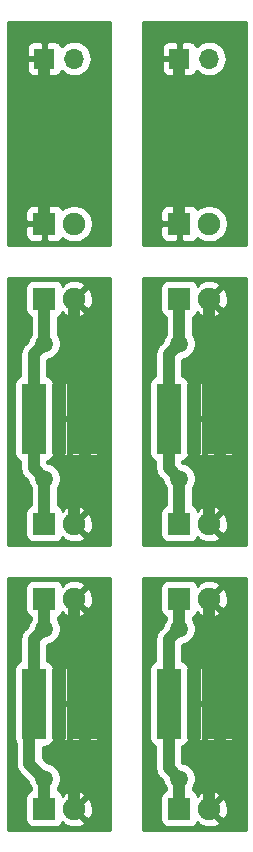
<source format=gbr>
G04 #@! TF.GenerationSoftware,KiCad,Pcbnew,(5.1.0)-1*
G04 #@! TF.CreationDate,2019-06-15T12:37:24+02:00*
G04 #@! TF.ProjectId,DiodeAdapter,44696f64-6541-4646-9170-7465722e6b69,2*
G04 #@! TF.SameCoordinates,Original*
G04 #@! TF.FileFunction,Copper,L1,Top*
G04 #@! TF.FilePolarity,Positive*
%FSLAX46Y46*%
G04 Gerber Fmt 4.6, Leading zero omitted, Abs format (unit mm)*
G04 Created by KiCad (PCBNEW (5.1.0)-1) date 2019-06-15 12:37:24*
%MOMM*%
%LPD*%
G04 APERTURE LIST*
%ADD10R,2.000000X6.000000*%
%ADD11R,1.300000X6.000000*%
%ADD12R,1.700000X1.700000*%
%ADD13O,1.700000X1.700000*%
%ADD14C,1.900000*%
%ADD15R,1.900000X1.900000*%
%ADD16C,1.500000*%
%ADD17C,1.000000*%
%ADD18C,0.254000*%
G04 APERTURE END LIST*
D10*
X78970000Y-78910000D03*
X83270000Y-78910000D03*
D11*
X81120000Y-78910000D03*
X81120000Y-103040000D03*
D10*
X83270000Y-103040000D03*
X78970000Y-103040000D03*
D11*
X69690000Y-78910000D03*
D10*
X71840000Y-78910000D03*
X67540000Y-78910000D03*
X67540000Y-103040000D03*
X71840000Y-103040000D03*
D11*
X69690000Y-103040000D03*
D12*
X79850000Y-48430000D03*
D13*
X82390000Y-48430000D03*
D14*
X82390000Y-62400000D03*
D15*
X79850000Y-62400000D03*
D14*
X82390000Y-87800000D03*
D15*
X79850000Y-87800000D03*
X79850000Y-68750000D03*
D14*
X82390000Y-68750000D03*
X82390000Y-94150000D03*
D15*
X79850000Y-94150000D03*
X79850000Y-111930000D03*
D14*
X82390000Y-111930000D03*
D13*
X70960000Y-48430000D03*
D12*
X68420000Y-48430000D03*
D15*
X68420000Y-62400000D03*
D14*
X70960000Y-62400000D03*
D15*
X68420000Y-68750000D03*
D14*
X70960000Y-68750000D03*
D15*
X68420000Y-87800000D03*
D14*
X70960000Y-87800000D03*
D15*
X68420000Y-94150000D03*
D14*
X70960000Y-94150000D03*
X70960000Y-111930000D03*
D15*
X68420000Y-111930000D03*
D16*
X79850000Y-72560000D03*
X79850000Y-83990000D03*
X82390000Y-83990000D03*
X82390000Y-72560000D03*
X79850000Y-96690000D03*
X79850000Y-109390000D03*
X82390000Y-96690000D03*
X82390000Y-109390000D03*
X70960000Y-83990000D03*
X70960000Y-72560000D03*
X68420000Y-72560000D03*
X68420000Y-83990000D03*
X68420000Y-109390000D03*
X68420000Y-96690000D03*
X70960000Y-109390000D03*
X70960000Y-96690000D03*
D17*
X79850000Y-68750000D02*
X79850000Y-72560000D01*
X78970000Y-73440000D02*
X78970000Y-78910000D01*
X79850000Y-72560000D02*
X78970000Y-73440000D01*
X79850000Y-87800000D02*
X79850000Y-83990000D01*
X78970000Y-83110000D02*
X78970000Y-78910000D01*
X79850000Y-83990000D02*
X78970000Y-83110000D01*
X82390000Y-87800000D02*
X82390000Y-83990000D01*
X83270000Y-83110000D02*
X82390000Y-83990000D01*
X83270000Y-78910000D02*
X83270000Y-83110000D01*
X81120000Y-82720000D02*
X82390000Y-83990000D01*
X81120000Y-78910000D02*
X81120000Y-82720000D01*
X82390000Y-68750000D02*
X82390000Y-72560000D01*
X83270000Y-73440000D02*
X82390000Y-72560000D01*
X83270000Y-78910000D02*
X83270000Y-73440000D01*
X81120000Y-73830000D02*
X82390000Y-72560000D01*
X81120000Y-78910000D02*
X81120000Y-73830000D01*
X79850000Y-94150000D02*
X79850000Y-96690000D01*
X78970000Y-97570000D02*
X79850000Y-96690000D01*
X78970000Y-103040000D02*
X78970000Y-97570000D01*
X79850000Y-111930000D02*
X79850000Y-109390000D01*
X78970000Y-108510000D02*
X79850000Y-109390000D01*
X78970000Y-103040000D02*
X78970000Y-108510000D01*
X82390000Y-94150000D02*
X82390000Y-96690000D01*
X83270000Y-97570000D02*
X82390000Y-96690000D01*
X83270000Y-103040000D02*
X83270000Y-97570000D01*
X81120000Y-97960000D02*
X82390000Y-96690000D01*
X81120000Y-103040000D02*
X81120000Y-97960000D01*
X82390000Y-111930000D02*
X82390000Y-109390000D01*
X83270000Y-108510000D02*
X82390000Y-109390000D01*
X83270000Y-103040000D02*
X83270000Y-108510000D01*
X81120000Y-108120000D02*
X82390000Y-109390000D01*
X81120000Y-103040000D02*
X81120000Y-108120000D01*
X71840000Y-83110000D02*
X71840000Y-78910000D01*
X70960000Y-83990000D02*
X71840000Y-83110000D01*
X70960000Y-83990000D02*
X69690000Y-82720000D01*
X69690000Y-78910000D02*
X69690000Y-82720000D01*
X70960000Y-83990000D02*
X70960000Y-87800000D01*
X70960000Y-68750000D02*
X70960000Y-72560000D01*
X71840000Y-73440000D02*
X70960000Y-72560000D01*
X71840000Y-78910000D02*
X71840000Y-73440000D01*
X69690000Y-73830000D02*
X70960000Y-72560000D01*
X69690000Y-78910000D02*
X69690000Y-73830000D01*
X67540000Y-73440000D02*
X67540000Y-74220000D01*
X68420000Y-72560000D02*
X67540000Y-73440000D01*
X67540000Y-78910000D02*
X67540000Y-74220000D01*
X67540000Y-83110000D02*
X67540000Y-78910000D01*
X68420000Y-83990000D02*
X67540000Y-83110000D01*
X68420000Y-68750000D02*
X68420000Y-72560000D01*
X68420000Y-83990000D02*
X68420000Y-87800000D01*
X68420000Y-111930000D02*
X68420000Y-109390000D01*
X67150000Y-108120000D02*
X68420000Y-109390000D01*
X67150000Y-103040000D02*
X67150000Y-108120000D01*
X68420000Y-94150000D02*
X68420000Y-96690000D01*
X67540000Y-97570000D02*
X68420000Y-96690000D01*
X67540000Y-103040000D02*
X67540000Y-97570000D01*
X70960000Y-111930000D02*
X70960000Y-109390000D01*
X71840000Y-108510000D02*
X70960000Y-109390000D01*
X71840000Y-103040000D02*
X71840000Y-108510000D01*
X69690000Y-108120000D02*
X70960000Y-109390000D01*
X69690000Y-103040000D02*
X69690000Y-108120000D01*
X70960000Y-94150000D02*
X70960000Y-96690000D01*
X71840000Y-97570000D02*
X70960000Y-96690000D01*
X71840000Y-103040000D02*
X71840000Y-97570000D01*
X69690000Y-97960000D02*
X70960000Y-96690000D01*
X69690000Y-103040000D02*
X69690000Y-97960000D01*
X79850000Y-62400000D02*
X79850000Y-48430000D01*
X68420000Y-50280000D02*
X68420000Y-62400000D01*
X68420000Y-48430000D02*
X68420000Y-50280000D01*
D18*
G36*
X74008000Y-64178000D02*
G01*
X65320000Y-64178000D01*
X65320000Y-63350000D01*
X66831928Y-63350000D01*
X66844188Y-63474482D01*
X66880498Y-63594180D01*
X66939463Y-63704494D01*
X67018815Y-63801185D01*
X67115506Y-63880537D01*
X67225820Y-63939502D01*
X67345518Y-63975812D01*
X67470000Y-63988072D01*
X68134250Y-63985000D01*
X68293000Y-63826250D01*
X68293000Y-62527000D01*
X66993750Y-62527000D01*
X66835000Y-62685750D01*
X66831928Y-63350000D01*
X65320000Y-63350000D01*
X65320000Y-61450000D01*
X66831928Y-61450000D01*
X66835000Y-62114250D01*
X66993750Y-62273000D01*
X68293000Y-62273000D01*
X68293000Y-60973750D01*
X68547000Y-60973750D01*
X68547000Y-62273000D01*
X68567000Y-62273000D01*
X68567000Y-62527000D01*
X68547000Y-62527000D01*
X68547000Y-63826250D01*
X68705750Y-63985000D01*
X69370000Y-63988072D01*
X69494482Y-63975812D01*
X69614180Y-63939502D01*
X69724494Y-63880537D01*
X69821185Y-63801185D01*
X69900537Y-63704494D01*
X69943182Y-63624711D01*
X69949621Y-63631150D01*
X70209221Y-63804609D01*
X70497673Y-63924089D01*
X70803891Y-63985000D01*
X71116109Y-63985000D01*
X71422327Y-63924089D01*
X71710779Y-63804609D01*
X71970379Y-63631150D01*
X72191150Y-63410379D01*
X72364609Y-63150779D01*
X72484089Y-62862327D01*
X72545000Y-62556109D01*
X72545000Y-62243891D01*
X72484089Y-61937673D01*
X72364609Y-61649221D01*
X72191150Y-61389621D01*
X71970379Y-61168850D01*
X71710779Y-60995391D01*
X71422327Y-60875911D01*
X71116109Y-60815000D01*
X70803891Y-60815000D01*
X70497673Y-60875911D01*
X70209221Y-60995391D01*
X69949621Y-61168850D01*
X69943182Y-61175289D01*
X69900537Y-61095506D01*
X69821185Y-60998815D01*
X69724494Y-60919463D01*
X69614180Y-60860498D01*
X69494482Y-60824188D01*
X69370000Y-60811928D01*
X68705750Y-60815000D01*
X68547000Y-60973750D01*
X68293000Y-60973750D01*
X68134250Y-60815000D01*
X67470000Y-60811928D01*
X67345518Y-60824188D01*
X67225820Y-60860498D01*
X67115506Y-60919463D01*
X67018815Y-60998815D01*
X66939463Y-61095506D01*
X66880498Y-61205820D01*
X66844188Y-61325518D01*
X66831928Y-61450000D01*
X65320000Y-61450000D01*
X65320000Y-49280000D01*
X66931928Y-49280000D01*
X66944188Y-49404482D01*
X66980498Y-49524180D01*
X67039463Y-49634494D01*
X67118815Y-49731185D01*
X67215506Y-49810537D01*
X67325820Y-49869502D01*
X67445518Y-49905812D01*
X67570000Y-49918072D01*
X68134250Y-49915000D01*
X68293000Y-49756250D01*
X68293000Y-48557000D01*
X67093750Y-48557000D01*
X66935000Y-48715750D01*
X66931928Y-49280000D01*
X65320000Y-49280000D01*
X65320000Y-47580000D01*
X66931928Y-47580000D01*
X66935000Y-48144250D01*
X67093750Y-48303000D01*
X68293000Y-48303000D01*
X68293000Y-47103750D01*
X68547000Y-47103750D01*
X68547000Y-48303000D01*
X68567000Y-48303000D01*
X68567000Y-48557000D01*
X68547000Y-48557000D01*
X68547000Y-49756250D01*
X68705750Y-49915000D01*
X69270000Y-49918072D01*
X69394482Y-49905812D01*
X69514180Y-49869502D01*
X69624494Y-49810537D01*
X69721185Y-49731185D01*
X69800537Y-49634494D01*
X69859502Y-49524180D01*
X69880393Y-49455313D01*
X69904866Y-49485134D01*
X70130986Y-49670706D01*
X70388966Y-49808599D01*
X70668889Y-49893513D01*
X70887050Y-49915000D01*
X71032950Y-49915000D01*
X71251111Y-49893513D01*
X71531034Y-49808599D01*
X71789014Y-49670706D01*
X72015134Y-49485134D01*
X72200706Y-49259014D01*
X72338599Y-49001034D01*
X72423513Y-48721111D01*
X72452185Y-48430000D01*
X72423513Y-48138889D01*
X72338599Y-47858966D01*
X72200706Y-47600986D01*
X72015134Y-47374866D01*
X71789014Y-47189294D01*
X71531034Y-47051401D01*
X71251111Y-46966487D01*
X71032950Y-46945000D01*
X70887050Y-46945000D01*
X70668889Y-46966487D01*
X70388966Y-47051401D01*
X70130986Y-47189294D01*
X69904866Y-47374866D01*
X69880393Y-47404687D01*
X69859502Y-47335820D01*
X69800537Y-47225506D01*
X69721185Y-47128815D01*
X69624494Y-47049463D01*
X69514180Y-46990498D01*
X69394482Y-46954188D01*
X69270000Y-46941928D01*
X68705750Y-46945000D01*
X68547000Y-47103750D01*
X68293000Y-47103750D01*
X68134250Y-46945000D01*
X67570000Y-46941928D01*
X67445518Y-46954188D01*
X67325820Y-46990498D01*
X67215506Y-47049463D01*
X67118815Y-47128815D01*
X67039463Y-47225506D01*
X66980498Y-47335820D01*
X66944188Y-47455518D01*
X66931928Y-47580000D01*
X65320000Y-47580000D01*
X65320000Y-45330000D01*
X74008000Y-45330000D01*
X74008000Y-64178000D01*
X74008000Y-64178000D01*
G37*
X74008000Y-64178000D02*
X65320000Y-64178000D01*
X65320000Y-63350000D01*
X66831928Y-63350000D01*
X66844188Y-63474482D01*
X66880498Y-63594180D01*
X66939463Y-63704494D01*
X67018815Y-63801185D01*
X67115506Y-63880537D01*
X67225820Y-63939502D01*
X67345518Y-63975812D01*
X67470000Y-63988072D01*
X68134250Y-63985000D01*
X68293000Y-63826250D01*
X68293000Y-62527000D01*
X66993750Y-62527000D01*
X66835000Y-62685750D01*
X66831928Y-63350000D01*
X65320000Y-63350000D01*
X65320000Y-61450000D01*
X66831928Y-61450000D01*
X66835000Y-62114250D01*
X66993750Y-62273000D01*
X68293000Y-62273000D01*
X68293000Y-60973750D01*
X68547000Y-60973750D01*
X68547000Y-62273000D01*
X68567000Y-62273000D01*
X68567000Y-62527000D01*
X68547000Y-62527000D01*
X68547000Y-63826250D01*
X68705750Y-63985000D01*
X69370000Y-63988072D01*
X69494482Y-63975812D01*
X69614180Y-63939502D01*
X69724494Y-63880537D01*
X69821185Y-63801185D01*
X69900537Y-63704494D01*
X69943182Y-63624711D01*
X69949621Y-63631150D01*
X70209221Y-63804609D01*
X70497673Y-63924089D01*
X70803891Y-63985000D01*
X71116109Y-63985000D01*
X71422327Y-63924089D01*
X71710779Y-63804609D01*
X71970379Y-63631150D01*
X72191150Y-63410379D01*
X72364609Y-63150779D01*
X72484089Y-62862327D01*
X72545000Y-62556109D01*
X72545000Y-62243891D01*
X72484089Y-61937673D01*
X72364609Y-61649221D01*
X72191150Y-61389621D01*
X71970379Y-61168850D01*
X71710779Y-60995391D01*
X71422327Y-60875911D01*
X71116109Y-60815000D01*
X70803891Y-60815000D01*
X70497673Y-60875911D01*
X70209221Y-60995391D01*
X69949621Y-61168850D01*
X69943182Y-61175289D01*
X69900537Y-61095506D01*
X69821185Y-60998815D01*
X69724494Y-60919463D01*
X69614180Y-60860498D01*
X69494482Y-60824188D01*
X69370000Y-60811928D01*
X68705750Y-60815000D01*
X68547000Y-60973750D01*
X68293000Y-60973750D01*
X68134250Y-60815000D01*
X67470000Y-60811928D01*
X67345518Y-60824188D01*
X67225820Y-60860498D01*
X67115506Y-60919463D01*
X67018815Y-60998815D01*
X66939463Y-61095506D01*
X66880498Y-61205820D01*
X66844188Y-61325518D01*
X66831928Y-61450000D01*
X65320000Y-61450000D01*
X65320000Y-49280000D01*
X66931928Y-49280000D01*
X66944188Y-49404482D01*
X66980498Y-49524180D01*
X67039463Y-49634494D01*
X67118815Y-49731185D01*
X67215506Y-49810537D01*
X67325820Y-49869502D01*
X67445518Y-49905812D01*
X67570000Y-49918072D01*
X68134250Y-49915000D01*
X68293000Y-49756250D01*
X68293000Y-48557000D01*
X67093750Y-48557000D01*
X66935000Y-48715750D01*
X66931928Y-49280000D01*
X65320000Y-49280000D01*
X65320000Y-47580000D01*
X66931928Y-47580000D01*
X66935000Y-48144250D01*
X67093750Y-48303000D01*
X68293000Y-48303000D01*
X68293000Y-47103750D01*
X68547000Y-47103750D01*
X68547000Y-48303000D01*
X68567000Y-48303000D01*
X68567000Y-48557000D01*
X68547000Y-48557000D01*
X68547000Y-49756250D01*
X68705750Y-49915000D01*
X69270000Y-49918072D01*
X69394482Y-49905812D01*
X69514180Y-49869502D01*
X69624494Y-49810537D01*
X69721185Y-49731185D01*
X69800537Y-49634494D01*
X69859502Y-49524180D01*
X69880393Y-49455313D01*
X69904866Y-49485134D01*
X70130986Y-49670706D01*
X70388966Y-49808599D01*
X70668889Y-49893513D01*
X70887050Y-49915000D01*
X71032950Y-49915000D01*
X71251111Y-49893513D01*
X71531034Y-49808599D01*
X71789014Y-49670706D01*
X72015134Y-49485134D01*
X72200706Y-49259014D01*
X72338599Y-49001034D01*
X72423513Y-48721111D01*
X72452185Y-48430000D01*
X72423513Y-48138889D01*
X72338599Y-47858966D01*
X72200706Y-47600986D01*
X72015134Y-47374866D01*
X71789014Y-47189294D01*
X71531034Y-47051401D01*
X71251111Y-46966487D01*
X71032950Y-46945000D01*
X70887050Y-46945000D01*
X70668889Y-46966487D01*
X70388966Y-47051401D01*
X70130986Y-47189294D01*
X69904866Y-47374866D01*
X69880393Y-47404687D01*
X69859502Y-47335820D01*
X69800537Y-47225506D01*
X69721185Y-47128815D01*
X69624494Y-47049463D01*
X69514180Y-46990498D01*
X69394482Y-46954188D01*
X69270000Y-46941928D01*
X68705750Y-46945000D01*
X68547000Y-47103750D01*
X68293000Y-47103750D01*
X68134250Y-46945000D01*
X67570000Y-46941928D01*
X67445518Y-46954188D01*
X67325820Y-46990498D01*
X67215506Y-47049463D01*
X67118815Y-47128815D01*
X67039463Y-47225506D01*
X66980498Y-47335820D01*
X66944188Y-47455518D01*
X66931928Y-47580000D01*
X65320000Y-47580000D01*
X65320000Y-45330000D01*
X74008000Y-45330000D01*
X74008000Y-64178000D01*
G36*
X85490001Y-64178000D02*
G01*
X76802000Y-64178000D01*
X76802000Y-63350000D01*
X78261928Y-63350000D01*
X78274188Y-63474482D01*
X78310498Y-63594180D01*
X78369463Y-63704494D01*
X78448815Y-63801185D01*
X78545506Y-63880537D01*
X78655820Y-63939502D01*
X78775518Y-63975812D01*
X78900000Y-63988072D01*
X79564250Y-63985000D01*
X79723000Y-63826250D01*
X79723000Y-62527000D01*
X78423750Y-62527000D01*
X78265000Y-62685750D01*
X78261928Y-63350000D01*
X76802000Y-63350000D01*
X76802000Y-61450000D01*
X78261928Y-61450000D01*
X78265000Y-62114250D01*
X78423750Y-62273000D01*
X79723000Y-62273000D01*
X79723000Y-60973750D01*
X79977000Y-60973750D01*
X79977000Y-62273000D01*
X79997000Y-62273000D01*
X79997000Y-62527000D01*
X79977000Y-62527000D01*
X79977000Y-63826250D01*
X80135750Y-63985000D01*
X80800000Y-63988072D01*
X80924482Y-63975812D01*
X81044180Y-63939502D01*
X81154494Y-63880537D01*
X81251185Y-63801185D01*
X81330537Y-63704494D01*
X81373182Y-63624711D01*
X81379621Y-63631150D01*
X81639221Y-63804609D01*
X81927673Y-63924089D01*
X82233891Y-63985000D01*
X82546109Y-63985000D01*
X82852327Y-63924089D01*
X83140779Y-63804609D01*
X83400379Y-63631150D01*
X83621150Y-63410379D01*
X83794609Y-63150779D01*
X83914089Y-62862327D01*
X83975000Y-62556109D01*
X83975000Y-62243891D01*
X83914089Y-61937673D01*
X83794609Y-61649221D01*
X83621150Y-61389621D01*
X83400379Y-61168850D01*
X83140779Y-60995391D01*
X82852327Y-60875911D01*
X82546109Y-60815000D01*
X82233891Y-60815000D01*
X81927673Y-60875911D01*
X81639221Y-60995391D01*
X81379621Y-61168850D01*
X81373182Y-61175289D01*
X81330537Y-61095506D01*
X81251185Y-60998815D01*
X81154494Y-60919463D01*
X81044180Y-60860498D01*
X80924482Y-60824188D01*
X80800000Y-60811928D01*
X80135750Y-60815000D01*
X79977000Y-60973750D01*
X79723000Y-60973750D01*
X79564250Y-60815000D01*
X78900000Y-60811928D01*
X78775518Y-60824188D01*
X78655820Y-60860498D01*
X78545506Y-60919463D01*
X78448815Y-60998815D01*
X78369463Y-61095506D01*
X78310498Y-61205820D01*
X78274188Y-61325518D01*
X78261928Y-61450000D01*
X76802000Y-61450000D01*
X76802000Y-49280000D01*
X78361928Y-49280000D01*
X78374188Y-49404482D01*
X78410498Y-49524180D01*
X78469463Y-49634494D01*
X78548815Y-49731185D01*
X78645506Y-49810537D01*
X78755820Y-49869502D01*
X78875518Y-49905812D01*
X79000000Y-49918072D01*
X79564250Y-49915000D01*
X79723000Y-49756250D01*
X79723000Y-48557000D01*
X78523750Y-48557000D01*
X78365000Y-48715750D01*
X78361928Y-49280000D01*
X76802000Y-49280000D01*
X76802000Y-47580000D01*
X78361928Y-47580000D01*
X78365000Y-48144250D01*
X78523750Y-48303000D01*
X79723000Y-48303000D01*
X79723000Y-47103750D01*
X79977000Y-47103750D01*
X79977000Y-48303000D01*
X79997000Y-48303000D01*
X79997000Y-48557000D01*
X79977000Y-48557000D01*
X79977000Y-49756250D01*
X80135750Y-49915000D01*
X80700000Y-49918072D01*
X80824482Y-49905812D01*
X80944180Y-49869502D01*
X81054494Y-49810537D01*
X81151185Y-49731185D01*
X81230537Y-49634494D01*
X81289502Y-49524180D01*
X81310393Y-49455313D01*
X81334866Y-49485134D01*
X81560986Y-49670706D01*
X81818966Y-49808599D01*
X82098889Y-49893513D01*
X82317050Y-49915000D01*
X82462950Y-49915000D01*
X82681111Y-49893513D01*
X82961034Y-49808599D01*
X83219014Y-49670706D01*
X83445134Y-49485134D01*
X83630706Y-49259014D01*
X83768599Y-49001034D01*
X83853513Y-48721111D01*
X83882185Y-48430000D01*
X83853513Y-48138889D01*
X83768599Y-47858966D01*
X83630706Y-47600986D01*
X83445134Y-47374866D01*
X83219014Y-47189294D01*
X82961034Y-47051401D01*
X82681111Y-46966487D01*
X82462950Y-46945000D01*
X82317050Y-46945000D01*
X82098889Y-46966487D01*
X81818966Y-47051401D01*
X81560986Y-47189294D01*
X81334866Y-47374866D01*
X81310393Y-47404687D01*
X81289502Y-47335820D01*
X81230537Y-47225506D01*
X81151185Y-47128815D01*
X81054494Y-47049463D01*
X80944180Y-46990498D01*
X80824482Y-46954188D01*
X80700000Y-46941928D01*
X80135750Y-46945000D01*
X79977000Y-47103750D01*
X79723000Y-47103750D01*
X79564250Y-46945000D01*
X79000000Y-46941928D01*
X78875518Y-46954188D01*
X78755820Y-46990498D01*
X78645506Y-47049463D01*
X78548815Y-47128815D01*
X78469463Y-47225506D01*
X78410498Y-47335820D01*
X78374188Y-47455518D01*
X78361928Y-47580000D01*
X76802000Y-47580000D01*
X76802000Y-45330000D01*
X85490000Y-45330000D01*
X85490001Y-64178000D01*
X85490001Y-64178000D01*
G37*
X85490001Y-64178000D02*
X76802000Y-64178000D01*
X76802000Y-63350000D01*
X78261928Y-63350000D01*
X78274188Y-63474482D01*
X78310498Y-63594180D01*
X78369463Y-63704494D01*
X78448815Y-63801185D01*
X78545506Y-63880537D01*
X78655820Y-63939502D01*
X78775518Y-63975812D01*
X78900000Y-63988072D01*
X79564250Y-63985000D01*
X79723000Y-63826250D01*
X79723000Y-62527000D01*
X78423750Y-62527000D01*
X78265000Y-62685750D01*
X78261928Y-63350000D01*
X76802000Y-63350000D01*
X76802000Y-61450000D01*
X78261928Y-61450000D01*
X78265000Y-62114250D01*
X78423750Y-62273000D01*
X79723000Y-62273000D01*
X79723000Y-60973750D01*
X79977000Y-60973750D01*
X79977000Y-62273000D01*
X79997000Y-62273000D01*
X79997000Y-62527000D01*
X79977000Y-62527000D01*
X79977000Y-63826250D01*
X80135750Y-63985000D01*
X80800000Y-63988072D01*
X80924482Y-63975812D01*
X81044180Y-63939502D01*
X81154494Y-63880537D01*
X81251185Y-63801185D01*
X81330537Y-63704494D01*
X81373182Y-63624711D01*
X81379621Y-63631150D01*
X81639221Y-63804609D01*
X81927673Y-63924089D01*
X82233891Y-63985000D01*
X82546109Y-63985000D01*
X82852327Y-63924089D01*
X83140779Y-63804609D01*
X83400379Y-63631150D01*
X83621150Y-63410379D01*
X83794609Y-63150779D01*
X83914089Y-62862327D01*
X83975000Y-62556109D01*
X83975000Y-62243891D01*
X83914089Y-61937673D01*
X83794609Y-61649221D01*
X83621150Y-61389621D01*
X83400379Y-61168850D01*
X83140779Y-60995391D01*
X82852327Y-60875911D01*
X82546109Y-60815000D01*
X82233891Y-60815000D01*
X81927673Y-60875911D01*
X81639221Y-60995391D01*
X81379621Y-61168850D01*
X81373182Y-61175289D01*
X81330537Y-61095506D01*
X81251185Y-60998815D01*
X81154494Y-60919463D01*
X81044180Y-60860498D01*
X80924482Y-60824188D01*
X80800000Y-60811928D01*
X80135750Y-60815000D01*
X79977000Y-60973750D01*
X79723000Y-60973750D01*
X79564250Y-60815000D01*
X78900000Y-60811928D01*
X78775518Y-60824188D01*
X78655820Y-60860498D01*
X78545506Y-60919463D01*
X78448815Y-60998815D01*
X78369463Y-61095506D01*
X78310498Y-61205820D01*
X78274188Y-61325518D01*
X78261928Y-61450000D01*
X76802000Y-61450000D01*
X76802000Y-49280000D01*
X78361928Y-49280000D01*
X78374188Y-49404482D01*
X78410498Y-49524180D01*
X78469463Y-49634494D01*
X78548815Y-49731185D01*
X78645506Y-49810537D01*
X78755820Y-49869502D01*
X78875518Y-49905812D01*
X79000000Y-49918072D01*
X79564250Y-49915000D01*
X79723000Y-49756250D01*
X79723000Y-48557000D01*
X78523750Y-48557000D01*
X78365000Y-48715750D01*
X78361928Y-49280000D01*
X76802000Y-49280000D01*
X76802000Y-47580000D01*
X78361928Y-47580000D01*
X78365000Y-48144250D01*
X78523750Y-48303000D01*
X79723000Y-48303000D01*
X79723000Y-47103750D01*
X79977000Y-47103750D01*
X79977000Y-48303000D01*
X79997000Y-48303000D01*
X79997000Y-48557000D01*
X79977000Y-48557000D01*
X79977000Y-49756250D01*
X80135750Y-49915000D01*
X80700000Y-49918072D01*
X80824482Y-49905812D01*
X80944180Y-49869502D01*
X81054494Y-49810537D01*
X81151185Y-49731185D01*
X81230537Y-49634494D01*
X81289502Y-49524180D01*
X81310393Y-49455313D01*
X81334866Y-49485134D01*
X81560986Y-49670706D01*
X81818966Y-49808599D01*
X82098889Y-49893513D01*
X82317050Y-49915000D01*
X82462950Y-49915000D01*
X82681111Y-49893513D01*
X82961034Y-49808599D01*
X83219014Y-49670706D01*
X83445134Y-49485134D01*
X83630706Y-49259014D01*
X83768599Y-49001034D01*
X83853513Y-48721111D01*
X83882185Y-48430000D01*
X83853513Y-48138889D01*
X83768599Y-47858966D01*
X83630706Y-47600986D01*
X83445134Y-47374866D01*
X83219014Y-47189294D01*
X82961034Y-47051401D01*
X82681111Y-46966487D01*
X82462950Y-46945000D01*
X82317050Y-46945000D01*
X82098889Y-46966487D01*
X81818966Y-47051401D01*
X81560986Y-47189294D01*
X81334866Y-47374866D01*
X81310393Y-47404687D01*
X81289502Y-47335820D01*
X81230537Y-47225506D01*
X81151185Y-47128815D01*
X81054494Y-47049463D01*
X80944180Y-46990498D01*
X80824482Y-46954188D01*
X80700000Y-46941928D01*
X80135750Y-46945000D01*
X79977000Y-47103750D01*
X79723000Y-47103750D01*
X79564250Y-46945000D01*
X79000000Y-46941928D01*
X78875518Y-46954188D01*
X78755820Y-46990498D01*
X78645506Y-47049463D01*
X78548815Y-47128815D01*
X78469463Y-47225506D01*
X78410498Y-47335820D01*
X78374188Y-47455518D01*
X78361928Y-47580000D01*
X76802000Y-47580000D01*
X76802000Y-45330000D01*
X85490000Y-45330000D01*
X85490001Y-64178000D01*
G36*
X67285001Y-71765713D02*
G01*
X67192629Y-71903957D01*
X67088225Y-72156011D01*
X67055788Y-72319080D01*
X66776864Y-72598005D01*
X66733551Y-72633551D01*
X66591716Y-72806377D01*
X66507472Y-72963989D01*
X66486324Y-73003554D01*
X66421423Y-73217502D01*
X66399509Y-73440000D01*
X66405000Y-73495751D01*
X66405000Y-74275752D01*
X66405001Y-74275762D01*
X66405001Y-75287378D01*
X66295820Y-75320498D01*
X66185506Y-75379463D01*
X66088815Y-75458815D01*
X66009463Y-75555506D01*
X65950498Y-75665820D01*
X65914188Y-75785518D01*
X65901928Y-75910000D01*
X65901928Y-81910000D01*
X65914188Y-82034482D01*
X65950498Y-82154180D01*
X66009463Y-82264494D01*
X66088815Y-82361185D01*
X66185506Y-82440537D01*
X66295820Y-82499502D01*
X66405000Y-82532621D01*
X66405000Y-83054248D01*
X66399509Y-83110000D01*
X66405000Y-83165751D01*
X66421423Y-83332498D01*
X66486324Y-83546446D01*
X66591716Y-83743623D01*
X66733551Y-83916449D01*
X66776864Y-83951995D01*
X67055788Y-84230920D01*
X67088225Y-84393989D01*
X67192629Y-84646043D01*
X67285000Y-84784286D01*
X67285000Y-85133000D01*
X65320000Y-85133000D01*
X65320000Y-71417000D01*
X67285001Y-71417000D01*
X67285001Y-71765713D01*
X67285001Y-71765713D01*
G37*
X67285001Y-71765713D02*
X67192629Y-71903957D01*
X67088225Y-72156011D01*
X67055788Y-72319080D01*
X66776864Y-72598005D01*
X66733551Y-72633551D01*
X66591716Y-72806377D01*
X66507472Y-72963989D01*
X66486324Y-73003554D01*
X66421423Y-73217502D01*
X66399509Y-73440000D01*
X66405000Y-73495751D01*
X66405000Y-74275752D01*
X66405001Y-74275762D01*
X66405001Y-75287378D01*
X66295820Y-75320498D01*
X66185506Y-75379463D01*
X66088815Y-75458815D01*
X66009463Y-75555506D01*
X65950498Y-75665820D01*
X65914188Y-75785518D01*
X65901928Y-75910000D01*
X65901928Y-81910000D01*
X65914188Y-82034482D01*
X65950498Y-82154180D01*
X66009463Y-82264494D01*
X66088815Y-82361185D01*
X66185506Y-82440537D01*
X66295820Y-82499502D01*
X66405000Y-82532621D01*
X66405000Y-83054248D01*
X66399509Y-83110000D01*
X66405000Y-83165751D01*
X66421423Y-83332498D01*
X66486324Y-83546446D01*
X66591716Y-83743623D01*
X66733551Y-83916449D01*
X66776864Y-83951995D01*
X67055788Y-84230920D01*
X67088225Y-84393989D01*
X67192629Y-84646043D01*
X67285000Y-84784286D01*
X67285000Y-85133000D01*
X65320000Y-85133000D01*
X65320000Y-71417000D01*
X67285001Y-71417000D01*
X67285001Y-71765713D01*
G36*
X74008000Y-85133000D02*
G01*
X69555000Y-85133000D01*
X69555000Y-84784286D01*
X69647371Y-84646043D01*
X69751775Y-84393989D01*
X69805000Y-84126411D01*
X69805000Y-83853589D01*
X69751775Y-83586011D01*
X69647371Y-83333957D01*
X69495799Y-83107114D01*
X69302886Y-82914201D01*
X69076043Y-82762629D01*
X68823989Y-82658225D01*
X68675000Y-82628589D01*
X68675000Y-82532621D01*
X68784180Y-82499502D01*
X68894494Y-82440537D01*
X68991185Y-82361185D01*
X69070537Y-82264494D01*
X69129502Y-82154180D01*
X69164909Y-82037458D01*
X69531250Y-82037000D01*
X69563000Y-82005250D01*
X69563000Y-79037000D01*
X69817000Y-79037000D01*
X69817000Y-82005250D01*
X69848750Y-82037000D01*
X70340000Y-82037614D01*
X70364896Y-82035162D01*
X70388836Y-82027900D01*
X70410899Y-82016107D01*
X70430237Y-82000237D01*
X70446107Y-81980899D01*
X70457900Y-81958836D01*
X70465162Y-81934896D01*
X70467614Y-81910000D01*
X70712386Y-81910000D01*
X70714838Y-81934896D01*
X70722100Y-81958836D01*
X70733893Y-81980899D01*
X70749763Y-82000237D01*
X70769101Y-82016107D01*
X70791164Y-82027900D01*
X70815104Y-82035162D01*
X70840000Y-82037614D01*
X71681250Y-82037000D01*
X71713000Y-82005250D01*
X71713000Y-79037000D01*
X71967000Y-79037000D01*
X71967000Y-82005250D01*
X71998750Y-82037000D01*
X72840000Y-82037614D01*
X72864896Y-82035162D01*
X72888836Y-82027900D01*
X72910899Y-82016107D01*
X72930237Y-82000237D01*
X72946107Y-81980899D01*
X72957900Y-81958836D01*
X72965162Y-81934896D01*
X72967614Y-81910000D01*
X72967000Y-79068750D01*
X72935250Y-79037000D01*
X71967000Y-79037000D01*
X71713000Y-79037000D01*
X70744750Y-79037000D01*
X70713000Y-79068750D01*
X70712386Y-81910000D01*
X70467614Y-81910000D01*
X70467000Y-79068750D01*
X70435250Y-79037000D01*
X69817000Y-79037000D01*
X69563000Y-79037000D01*
X69543000Y-79037000D01*
X69543000Y-78783000D01*
X69563000Y-78783000D01*
X69563000Y-75814750D01*
X69817000Y-75814750D01*
X69817000Y-78783000D01*
X70435250Y-78783000D01*
X70467000Y-78751250D01*
X70467614Y-75910000D01*
X70712386Y-75910000D01*
X70713000Y-78751250D01*
X70744750Y-78783000D01*
X71713000Y-78783000D01*
X71713000Y-75814750D01*
X71967000Y-75814750D01*
X71967000Y-78783000D01*
X72935250Y-78783000D01*
X72967000Y-78751250D01*
X72967614Y-75910000D01*
X72965162Y-75885104D01*
X72957900Y-75861164D01*
X72946107Y-75839101D01*
X72930237Y-75819763D01*
X72910899Y-75803893D01*
X72888836Y-75792100D01*
X72864896Y-75784838D01*
X72840000Y-75782386D01*
X71998750Y-75783000D01*
X71967000Y-75814750D01*
X71713000Y-75814750D01*
X71681250Y-75783000D01*
X70840000Y-75782386D01*
X70815104Y-75784838D01*
X70791164Y-75792100D01*
X70769101Y-75803893D01*
X70749763Y-75819763D01*
X70733893Y-75839101D01*
X70722100Y-75861164D01*
X70714838Y-75885104D01*
X70712386Y-75910000D01*
X70467614Y-75910000D01*
X70465162Y-75885104D01*
X70457900Y-75861164D01*
X70446107Y-75839101D01*
X70430237Y-75819763D01*
X70410899Y-75803893D01*
X70388836Y-75792100D01*
X70364896Y-75784838D01*
X70340000Y-75782386D01*
X69848750Y-75783000D01*
X69817000Y-75814750D01*
X69563000Y-75814750D01*
X69531250Y-75783000D01*
X69164909Y-75782542D01*
X69129502Y-75665820D01*
X69070537Y-75555506D01*
X68991185Y-75458815D01*
X68894494Y-75379463D01*
X68784180Y-75320498D01*
X68675000Y-75287379D01*
X68675000Y-73921411D01*
X68823989Y-73891775D01*
X69076043Y-73787371D01*
X69302886Y-73635799D01*
X69495799Y-73442886D01*
X69647371Y-73216043D01*
X69751775Y-72963989D01*
X69805000Y-72696411D01*
X69805000Y-72423589D01*
X69751775Y-72156011D01*
X69647371Y-71903957D01*
X69555000Y-71765714D01*
X69555000Y-71417000D01*
X74008000Y-71417000D01*
X74008000Y-85133000D01*
X74008000Y-85133000D01*
G37*
X74008000Y-85133000D02*
X69555000Y-85133000D01*
X69555000Y-84784286D01*
X69647371Y-84646043D01*
X69751775Y-84393989D01*
X69805000Y-84126411D01*
X69805000Y-83853589D01*
X69751775Y-83586011D01*
X69647371Y-83333957D01*
X69495799Y-83107114D01*
X69302886Y-82914201D01*
X69076043Y-82762629D01*
X68823989Y-82658225D01*
X68675000Y-82628589D01*
X68675000Y-82532621D01*
X68784180Y-82499502D01*
X68894494Y-82440537D01*
X68991185Y-82361185D01*
X69070537Y-82264494D01*
X69129502Y-82154180D01*
X69164909Y-82037458D01*
X69531250Y-82037000D01*
X69563000Y-82005250D01*
X69563000Y-79037000D01*
X69817000Y-79037000D01*
X69817000Y-82005250D01*
X69848750Y-82037000D01*
X70340000Y-82037614D01*
X70364896Y-82035162D01*
X70388836Y-82027900D01*
X70410899Y-82016107D01*
X70430237Y-82000237D01*
X70446107Y-81980899D01*
X70457900Y-81958836D01*
X70465162Y-81934896D01*
X70467614Y-81910000D01*
X70712386Y-81910000D01*
X70714838Y-81934896D01*
X70722100Y-81958836D01*
X70733893Y-81980899D01*
X70749763Y-82000237D01*
X70769101Y-82016107D01*
X70791164Y-82027900D01*
X70815104Y-82035162D01*
X70840000Y-82037614D01*
X71681250Y-82037000D01*
X71713000Y-82005250D01*
X71713000Y-79037000D01*
X71967000Y-79037000D01*
X71967000Y-82005250D01*
X71998750Y-82037000D01*
X72840000Y-82037614D01*
X72864896Y-82035162D01*
X72888836Y-82027900D01*
X72910899Y-82016107D01*
X72930237Y-82000237D01*
X72946107Y-81980899D01*
X72957900Y-81958836D01*
X72965162Y-81934896D01*
X72967614Y-81910000D01*
X72967000Y-79068750D01*
X72935250Y-79037000D01*
X71967000Y-79037000D01*
X71713000Y-79037000D01*
X70744750Y-79037000D01*
X70713000Y-79068750D01*
X70712386Y-81910000D01*
X70467614Y-81910000D01*
X70467000Y-79068750D01*
X70435250Y-79037000D01*
X69817000Y-79037000D01*
X69563000Y-79037000D01*
X69543000Y-79037000D01*
X69543000Y-78783000D01*
X69563000Y-78783000D01*
X69563000Y-75814750D01*
X69817000Y-75814750D01*
X69817000Y-78783000D01*
X70435250Y-78783000D01*
X70467000Y-78751250D01*
X70467614Y-75910000D01*
X70712386Y-75910000D01*
X70713000Y-78751250D01*
X70744750Y-78783000D01*
X71713000Y-78783000D01*
X71713000Y-75814750D01*
X71967000Y-75814750D01*
X71967000Y-78783000D01*
X72935250Y-78783000D01*
X72967000Y-78751250D01*
X72967614Y-75910000D01*
X72965162Y-75885104D01*
X72957900Y-75861164D01*
X72946107Y-75839101D01*
X72930237Y-75819763D01*
X72910899Y-75803893D01*
X72888836Y-75792100D01*
X72864896Y-75784838D01*
X72840000Y-75782386D01*
X71998750Y-75783000D01*
X71967000Y-75814750D01*
X71713000Y-75814750D01*
X71681250Y-75783000D01*
X70840000Y-75782386D01*
X70815104Y-75784838D01*
X70791164Y-75792100D01*
X70769101Y-75803893D01*
X70749763Y-75819763D01*
X70733893Y-75839101D01*
X70722100Y-75861164D01*
X70714838Y-75885104D01*
X70712386Y-75910000D01*
X70467614Y-75910000D01*
X70465162Y-75885104D01*
X70457900Y-75861164D01*
X70446107Y-75839101D01*
X70430237Y-75819763D01*
X70410899Y-75803893D01*
X70388836Y-75792100D01*
X70364896Y-75784838D01*
X70340000Y-75782386D01*
X69848750Y-75783000D01*
X69817000Y-75814750D01*
X69563000Y-75814750D01*
X69531250Y-75783000D01*
X69164909Y-75782542D01*
X69129502Y-75665820D01*
X69070537Y-75555506D01*
X68991185Y-75458815D01*
X68894494Y-75379463D01*
X68784180Y-75320498D01*
X68675000Y-75287379D01*
X68675000Y-73921411D01*
X68823989Y-73891775D01*
X69076043Y-73787371D01*
X69302886Y-73635799D01*
X69495799Y-73442886D01*
X69647371Y-73216043D01*
X69751775Y-72963989D01*
X69805000Y-72696411D01*
X69805000Y-72423589D01*
X69751775Y-72156011D01*
X69647371Y-71903957D01*
X69555000Y-71765714D01*
X69555000Y-71417000D01*
X74008000Y-71417000D01*
X74008000Y-85133000D01*
G36*
X74008000Y-89578000D02*
G01*
X65320000Y-89578000D01*
X65320000Y-75910000D01*
X65901928Y-75910000D01*
X65901928Y-81910000D01*
X65914188Y-82034482D01*
X65950498Y-82154180D01*
X66009463Y-82264494D01*
X66088815Y-82361185D01*
X66185506Y-82440537D01*
X66295820Y-82499502D01*
X66405000Y-82532621D01*
X66405000Y-83054248D01*
X66399509Y-83110000D01*
X66405000Y-83165751D01*
X66421423Y-83332498D01*
X66486324Y-83546446D01*
X66591716Y-83743623D01*
X66733551Y-83916449D01*
X66776864Y-83951995D01*
X67055788Y-84230920D01*
X67088225Y-84393989D01*
X67192629Y-84646043D01*
X67285000Y-84784286D01*
X67285001Y-86242546D01*
X67225820Y-86260498D01*
X67115506Y-86319463D01*
X67018815Y-86398815D01*
X66939463Y-86495506D01*
X66880498Y-86605820D01*
X66844188Y-86725518D01*
X66831928Y-86850000D01*
X66831928Y-88750000D01*
X66844188Y-88874482D01*
X66880498Y-88994180D01*
X66939463Y-89104494D01*
X67018815Y-89201185D01*
X67115506Y-89280537D01*
X67225820Y-89339502D01*
X67345518Y-89375812D01*
X67470000Y-89388072D01*
X69370000Y-89388072D01*
X69494482Y-89375812D01*
X69614180Y-89339502D01*
X69724494Y-89280537D01*
X69821185Y-89201185D01*
X69900537Y-89104494D01*
X69959502Y-88994180D01*
X69965630Y-88973978D01*
X70039854Y-88899754D01*
X70129579Y-89159042D01*
X70410671Y-89294935D01*
X70712873Y-89373379D01*
X71024573Y-89391359D01*
X71333791Y-89348184D01*
X71628644Y-89245513D01*
X71790421Y-89159042D01*
X71880147Y-88899752D01*
X70960000Y-87979605D01*
X70945858Y-87993748D01*
X70766253Y-87814143D01*
X70780395Y-87800000D01*
X71139605Y-87800000D01*
X72059752Y-88720147D01*
X72319042Y-88630421D01*
X72454935Y-88349329D01*
X72533379Y-88047127D01*
X72551359Y-87735427D01*
X72508184Y-87426209D01*
X72405513Y-87131356D01*
X72319042Y-86969579D01*
X72059752Y-86879853D01*
X71139605Y-87800000D01*
X70780395Y-87800000D01*
X70766253Y-87785858D01*
X70945858Y-87606253D01*
X70960000Y-87620395D01*
X71880147Y-86700248D01*
X71790421Y-86440958D01*
X71509329Y-86305065D01*
X71207127Y-86226621D01*
X70895427Y-86208641D01*
X70586209Y-86251816D01*
X70291356Y-86354487D01*
X70129579Y-86440958D01*
X70039854Y-86700246D01*
X69965630Y-86626022D01*
X69959502Y-86605820D01*
X69900537Y-86495506D01*
X69821185Y-86398815D01*
X69724494Y-86319463D01*
X69614180Y-86260498D01*
X69555000Y-86242546D01*
X69555000Y-84784286D01*
X69647371Y-84646043D01*
X69751775Y-84393989D01*
X69805000Y-84126411D01*
X69805000Y-83853589D01*
X69751775Y-83586011D01*
X69647371Y-83333957D01*
X69495799Y-83107114D01*
X69302886Y-82914201D01*
X69076043Y-82762629D01*
X68823989Y-82658225D01*
X68675000Y-82628589D01*
X68675000Y-82532621D01*
X68784180Y-82499502D01*
X68790000Y-82496391D01*
X68795820Y-82499502D01*
X68915518Y-82535812D01*
X69040000Y-82548072D01*
X69404250Y-82545000D01*
X69563000Y-82386250D01*
X69563000Y-79037000D01*
X69817000Y-79037000D01*
X69817000Y-82386250D01*
X69975750Y-82545000D01*
X70340000Y-82548072D01*
X70464482Y-82535812D01*
X70584180Y-82499502D01*
X70590000Y-82496391D01*
X70595820Y-82499502D01*
X70715518Y-82535812D01*
X70840000Y-82548072D01*
X71554250Y-82545000D01*
X71713000Y-82386250D01*
X71713000Y-79037000D01*
X71967000Y-79037000D01*
X71967000Y-82386250D01*
X72125750Y-82545000D01*
X72840000Y-82548072D01*
X72964482Y-82535812D01*
X73084180Y-82499502D01*
X73194494Y-82440537D01*
X73291185Y-82361185D01*
X73370537Y-82264494D01*
X73429502Y-82154180D01*
X73465812Y-82034482D01*
X73478072Y-81910000D01*
X73475000Y-79195750D01*
X73316250Y-79037000D01*
X71967000Y-79037000D01*
X71713000Y-79037000D01*
X69817000Y-79037000D01*
X69563000Y-79037000D01*
X69543000Y-79037000D01*
X69543000Y-78783000D01*
X69563000Y-78783000D01*
X69563000Y-75433750D01*
X69817000Y-75433750D01*
X69817000Y-78783000D01*
X71713000Y-78783000D01*
X71713000Y-75433750D01*
X71967000Y-75433750D01*
X71967000Y-78783000D01*
X73316250Y-78783000D01*
X73475000Y-78624250D01*
X73478072Y-75910000D01*
X73465812Y-75785518D01*
X73429502Y-75665820D01*
X73370537Y-75555506D01*
X73291185Y-75458815D01*
X73194494Y-75379463D01*
X73084180Y-75320498D01*
X72964482Y-75284188D01*
X72840000Y-75271928D01*
X72125750Y-75275000D01*
X71967000Y-75433750D01*
X71713000Y-75433750D01*
X71554250Y-75275000D01*
X70840000Y-75271928D01*
X70715518Y-75284188D01*
X70595820Y-75320498D01*
X70590000Y-75323609D01*
X70584180Y-75320498D01*
X70464482Y-75284188D01*
X70340000Y-75271928D01*
X69975750Y-75275000D01*
X69817000Y-75433750D01*
X69563000Y-75433750D01*
X69404250Y-75275000D01*
X69040000Y-75271928D01*
X68915518Y-75284188D01*
X68795820Y-75320498D01*
X68790000Y-75323609D01*
X68784180Y-75320498D01*
X68675000Y-75287379D01*
X68675000Y-73921411D01*
X68823989Y-73891775D01*
X69076043Y-73787371D01*
X69302886Y-73635799D01*
X69495799Y-73442886D01*
X69647371Y-73216043D01*
X69751775Y-72963989D01*
X69805000Y-72696411D01*
X69805000Y-72423589D01*
X69751775Y-72156011D01*
X69647371Y-71903957D01*
X69555000Y-71765714D01*
X69555000Y-70307454D01*
X69614180Y-70289502D01*
X69724494Y-70230537D01*
X69821185Y-70151185D01*
X69900537Y-70054494D01*
X69959502Y-69944180D01*
X69965630Y-69923978D01*
X70039854Y-69849754D01*
X70129579Y-70109042D01*
X70410671Y-70244935D01*
X70712873Y-70323379D01*
X71024573Y-70341359D01*
X71333791Y-70298184D01*
X71628644Y-70195513D01*
X71790421Y-70109042D01*
X71880147Y-69849752D01*
X70960000Y-68929605D01*
X70945858Y-68943748D01*
X70766253Y-68764143D01*
X70780395Y-68750000D01*
X71139605Y-68750000D01*
X72059752Y-69670147D01*
X72319042Y-69580421D01*
X72454935Y-69299329D01*
X72533379Y-68997127D01*
X72551359Y-68685427D01*
X72508184Y-68376209D01*
X72405513Y-68081356D01*
X72319042Y-67919579D01*
X72059752Y-67829853D01*
X71139605Y-68750000D01*
X70780395Y-68750000D01*
X70766253Y-68735858D01*
X70945858Y-68556253D01*
X70960000Y-68570395D01*
X71880147Y-67650248D01*
X71790421Y-67390958D01*
X71509329Y-67255065D01*
X71207127Y-67176621D01*
X70895427Y-67158641D01*
X70586209Y-67201816D01*
X70291356Y-67304487D01*
X70129579Y-67390958D01*
X70039854Y-67650246D01*
X69965630Y-67576022D01*
X69959502Y-67555820D01*
X69900537Y-67445506D01*
X69821185Y-67348815D01*
X69724494Y-67269463D01*
X69614180Y-67210498D01*
X69494482Y-67174188D01*
X69370000Y-67161928D01*
X67470000Y-67161928D01*
X67345518Y-67174188D01*
X67225820Y-67210498D01*
X67115506Y-67269463D01*
X67018815Y-67348815D01*
X66939463Y-67445506D01*
X66880498Y-67555820D01*
X66844188Y-67675518D01*
X66831928Y-67800000D01*
X66831928Y-69700000D01*
X66844188Y-69824482D01*
X66880498Y-69944180D01*
X66939463Y-70054494D01*
X67018815Y-70151185D01*
X67115506Y-70230537D01*
X67225820Y-70289502D01*
X67285000Y-70307454D01*
X67285001Y-71765713D01*
X67192629Y-71903957D01*
X67088225Y-72156011D01*
X67055788Y-72319080D01*
X66776864Y-72598005D01*
X66733551Y-72633551D01*
X66591716Y-72806377D01*
X66507472Y-72963989D01*
X66486324Y-73003554D01*
X66421423Y-73217502D01*
X66399509Y-73440000D01*
X66405000Y-73495751D01*
X66405000Y-74275752D01*
X66405001Y-74275762D01*
X66405001Y-75287378D01*
X66295820Y-75320498D01*
X66185506Y-75379463D01*
X66088815Y-75458815D01*
X66009463Y-75555506D01*
X65950498Y-75665820D01*
X65914188Y-75785518D01*
X65901928Y-75910000D01*
X65320000Y-75910000D01*
X65320000Y-66972000D01*
X74008000Y-66972000D01*
X74008000Y-89578000D01*
X74008000Y-89578000D01*
G37*
X74008000Y-89578000D02*
X65320000Y-89578000D01*
X65320000Y-75910000D01*
X65901928Y-75910000D01*
X65901928Y-81910000D01*
X65914188Y-82034482D01*
X65950498Y-82154180D01*
X66009463Y-82264494D01*
X66088815Y-82361185D01*
X66185506Y-82440537D01*
X66295820Y-82499502D01*
X66405000Y-82532621D01*
X66405000Y-83054248D01*
X66399509Y-83110000D01*
X66405000Y-83165751D01*
X66421423Y-83332498D01*
X66486324Y-83546446D01*
X66591716Y-83743623D01*
X66733551Y-83916449D01*
X66776864Y-83951995D01*
X67055788Y-84230920D01*
X67088225Y-84393989D01*
X67192629Y-84646043D01*
X67285000Y-84784286D01*
X67285001Y-86242546D01*
X67225820Y-86260498D01*
X67115506Y-86319463D01*
X67018815Y-86398815D01*
X66939463Y-86495506D01*
X66880498Y-86605820D01*
X66844188Y-86725518D01*
X66831928Y-86850000D01*
X66831928Y-88750000D01*
X66844188Y-88874482D01*
X66880498Y-88994180D01*
X66939463Y-89104494D01*
X67018815Y-89201185D01*
X67115506Y-89280537D01*
X67225820Y-89339502D01*
X67345518Y-89375812D01*
X67470000Y-89388072D01*
X69370000Y-89388072D01*
X69494482Y-89375812D01*
X69614180Y-89339502D01*
X69724494Y-89280537D01*
X69821185Y-89201185D01*
X69900537Y-89104494D01*
X69959502Y-88994180D01*
X69965630Y-88973978D01*
X70039854Y-88899754D01*
X70129579Y-89159042D01*
X70410671Y-89294935D01*
X70712873Y-89373379D01*
X71024573Y-89391359D01*
X71333791Y-89348184D01*
X71628644Y-89245513D01*
X71790421Y-89159042D01*
X71880147Y-88899752D01*
X70960000Y-87979605D01*
X70945858Y-87993748D01*
X70766253Y-87814143D01*
X70780395Y-87800000D01*
X71139605Y-87800000D01*
X72059752Y-88720147D01*
X72319042Y-88630421D01*
X72454935Y-88349329D01*
X72533379Y-88047127D01*
X72551359Y-87735427D01*
X72508184Y-87426209D01*
X72405513Y-87131356D01*
X72319042Y-86969579D01*
X72059752Y-86879853D01*
X71139605Y-87800000D01*
X70780395Y-87800000D01*
X70766253Y-87785858D01*
X70945858Y-87606253D01*
X70960000Y-87620395D01*
X71880147Y-86700248D01*
X71790421Y-86440958D01*
X71509329Y-86305065D01*
X71207127Y-86226621D01*
X70895427Y-86208641D01*
X70586209Y-86251816D01*
X70291356Y-86354487D01*
X70129579Y-86440958D01*
X70039854Y-86700246D01*
X69965630Y-86626022D01*
X69959502Y-86605820D01*
X69900537Y-86495506D01*
X69821185Y-86398815D01*
X69724494Y-86319463D01*
X69614180Y-86260498D01*
X69555000Y-86242546D01*
X69555000Y-84784286D01*
X69647371Y-84646043D01*
X69751775Y-84393989D01*
X69805000Y-84126411D01*
X69805000Y-83853589D01*
X69751775Y-83586011D01*
X69647371Y-83333957D01*
X69495799Y-83107114D01*
X69302886Y-82914201D01*
X69076043Y-82762629D01*
X68823989Y-82658225D01*
X68675000Y-82628589D01*
X68675000Y-82532621D01*
X68784180Y-82499502D01*
X68790000Y-82496391D01*
X68795820Y-82499502D01*
X68915518Y-82535812D01*
X69040000Y-82548072D01*
X69404250Y-82545000D01*
X69563000Y-82386250D01*
X69563000Y-79037000D01*
X69817000Y-79037000D01*
X69817000Y-82386250D01*
X69975750Y-82545000D01*
X70340000Y-82548072D01*
X70464482Y-82535812D01*
X70584180Y-82499502D01*
X70590000Y-82496391D01*
X70595820Y-82499502D01*
X70715518Y-82535812D01*
X70840000Y-82548072D01*
X71554250Y-82545000D01*
X71713000Y-82386250D01*
X71713000Y-79037000D01*
X71967000Y-79037000D01*
X71967000Y-82386250D01*
X72125750Y-82545000D01*
X72840000Y-82548072D01*
X72964482Y-82535812D01*
X73084180Y-82499502D01*
X73194494Y-82440537D01*
X73291185Y-82361185D01*
X73370537Y-82264494D01*
X73429502Y-82154180D01*
X73465812Y-82034482D01*
X73478072Y-81910000D01*
X73475000Y-79195750D01*
X73316250Y-79037000D01*
X71967000Y-79037000D01*
X71713000Y-79037000D01*
X69817000Y-79037000D01*
X69563000Y-79037000D01*
X69543000Y-79037000D01*
X69543000Y-78783000D01*
X69563000Y-78783000D01*
X69563000Y-75433750D01*
X69817000Y-75433750D01*
X69817000Y-78783000D01*
X71713000Y-78783000D01*
X71713000Y-75433750D01*
X71967000Y-75433750D01*
X71967000Y-78783000D01*
X73316250Y-78783000D01*
X73475000Y-78624250D01*
X73478072Y-75910000D01*
X73465812Y-75785518D01*
X73429502Y-75665820D01*
X73370537Y-75555506D01*
X73291185Y-75458815D01*
X73194494Y-75379463D01*
X73084180Y-75320498D01*
X72964482Y-75284188D01*
X72840000Y-75271928D01*
X72125750Y-75275000D01*
X71967000Y-75433750D01*
X71713000Y-75433750D01*
X71554250Y-75275000D01*
X70840000Y-75271928D01*
X70715518Y-75284188D01*
X70595820Y-75320498D01*
X70590000Y-75323609D01*
X70584180Y-75320498D01*
X70464482Y-75284188D01*
X70340000Y-75271928D01*
X69975750Y-75275000D01*
X69817000Y-75433750D01*
X69563000Y-75433750D01*
X69404250Y-75275000D01*
X69040000Y-75271928D01*
X68915518Y-75284188D01*
X68795820Y-75320498D01*
X68790000Y-75323609D01*
X68784180Y-75320498D01*
X68675000Y-75287379D01*
X68675000Y-73921411D01*
X68823989Y-73891775D01*
X69076043Y-73787371D01*
X69302886Y-73635799D01*
X69495799Y-73442886D01*
X69647371Y-73216043D01*
X69751775Y-72963989D01*
X69805000Y-72696411D01*
X69805000Y-72423589D01*
X69751775Y-72156011D01*
X69647371Y-71903957D01*
X69555000Y-71765714D01*
X69555000Y-70307454D01*
X69614180Y-70289502D01*
X69724494Y-70230537D01*
X69821185Y-70151185D01*
X69900537Y-70054494D01*
X69959502Y-69944180D01*
X69965630Y-69923978D01*
X70039854Y-69849754D01*
X70129579Y-70109042D01*
X70410671Y-70244935D01*
X70712873Y-70323379D01*
X71024573Y-70341359D01*
X71333791Y-70298184D01*
X71628644Y-70195513D01*
X71790421Y-70109042D01*
X71880147Y-69849752D01*
X70960000Y-68929605D01*
X70945858Y-68943748D01*
X70766253Y-68764143D01*
X70780395Y-68750000D01*
X71139605Y-68750000D01*
X72059752Y-69670147D01*
X72319042Y-69580421D01*
X72454935Y-69299329D01*
X72533379Y-68997127D01*
X72551359Y-68685427D01*
X72508184Y-68376209D01*
X72405513Y-68081356D01*
X72319042Y-67919579D01*
X72059752Y-67829853D01*
X71139605Y-68750000D01*
X70780395Y-68750000D01*
X70766253Y-68735858D01*
X70945858Y-68556253D01*
X70960000Y-68570395D01*
X71880147Y-67650248D01*
X71790421Y-67390958D01*
X71509329Y-67255065D01*
X71207127Y-67176621D01*
X70895427Y-67158641D01*
X70586209Y-67201816D01*
X70291356Y-67304487D01*
X70129579Y-67390958D01*
X70039854Y-67650246D01*
X69965630Y-67576022D01*
X69959502Y-67555820D01*
X69900537Y-67445506D01*
X69821185Y-67348815D01*
X69724494Y-67269463D01*
X69614180Y-67210498D01*
X69494482Y-67174188D01*
X69370000Y-67161928D01*
X67470000Y-67161928D01*
X67345518Y-67174188D01*
X67225820Y-67210498D01*
X67115506Y-67269463D01*
X67018815Y-67348815D01*
X66939463Y-67445506D01*
X66880498Y-67555820D01*
X66844188Y-67675518D01*
X66831928Y-67800000D01*
X66831928Y-69700000D01*
X66844188Y-69824482D01*
X66880498Y-69944180D01*
X66939463Y-70054494D01*
X67018815Y-70151185D01*
X67115506Y-70230537D01*
X67225820Y-70289502D01*
X67285000Y-70307454D01*
X67285001Y-71765713D01*
X67192629Y-71903957D01*
X67088225Y-72156011D01*
X67055788Y-72319080D01*
X66776864Y-72598005D01*
X66733551Y-72633551D01*
X66591716Y-72806377D01*
X66507472Y-72963989D01*
X66486324Y-73003554D01*
X66421423Y-73217502D01*
X66399509Y-73440000D01*
X66405000Y-73495751D01*
X66405000Y-74275752D01*
X66405001Y-74275762D01*
X66405001Y-75287378D01*
X66295820Y-75320498D01*
X66185506Y-75379463D01*
X66088815Y-75458815D01*
X66009463Y-75555506D01*
X65950498Y-75665820D01*
X65914188Y-75785518D01*
X65901928Y-75910000D01*
X65320000Y-75910000D01*
X65320000Y-66972000D01*
X74008000Y-66972000D01*
X74008000Y-89578000D01*
G36*
X78715001Y-71765713D02*
G01*
X78622629Y-71903957D01*
X78518225Y-72156011D01*
X78485788Y-72319080D01*
X78206864Y-72598005D01*
X78163551Y-72633551D01*
X78021716Y-72806377D01*
X77937472Y-72963989D01*
X77916324Y-73003554D01*
X77851423Y-73217502D01*
X77829509Y-73440000D01*
X77835000Y-73495752D01*
X77835000Y-75287378D01*
X77725820Y-75320498D01*
X77615506Y-75379463D01*
X77518815Y-75458815D01*
X77439463Y-75555506D01*
X77380498Y-75665820D01*
X77344188Y-75785518D01*
X77331928Y-75910000D01*
X77331928Y-81910000D01*
X77344188Y-82034482D01*
X77380498Y-82154180D01*
X77439463Y-82264494D01*
X77518815Y-82361185D01*
X77615506Y-82440537D01*
X77725820Y-82499502D01*
X77835000Y-82532621D01*
X77835000Y-83054248D01*
X77829509Y-83110000D01*
X77835000Y-83165751D01*
X77851423Y-83332498D01*
X77916324Y-83546446D01*
X78021716Y-83743623D01*
X78163551Y-83916449D01*
X78206864Y-83951995D01*
X78485788Y-84230920D01*
X78518225Y-84393989D01*
X78622629Y-84646043D01*
X78715001Y-84784287D01*
X78715001Y-85133000D01*
X76802000Y-85133000D01*
X76802000Y-71417000D01*
X78715001Y-71417000D01*
X78715001Y-71765713D01*
X78715001Y-71765713D01*
G37*
X78715001Y-71765713D02*
X78622629Y-71903957D01*
X78518225Y-72156011D01*
X78485788Y-72319080D01*
X78206864Y-72598005D01*
X78163551Y-72633551D01*
X78021716Y-72806377D01*
X77937472Y-72963989D01*
X77916324Y-73003554D01*
X77851423Y-73217502D01*
X77829509Y-73440000D01*
X77835000Y-73495752D01*
X77835000Y-75287378D01*
X77725820Y-75320498D01*
X77615506Y-75379463D01*
X77518815Y-75458815D01*
X77439463Y-75555506D01*
X77380498Y-75665820D01*
X77344188Y-75785518D01*
X77331928Y-75910000D01*
X77331928Y-81910000D01*
X77344188Y-82034482D01*
X77380498Y-82154180D01*
X77439463Y-82264494D01*
X77518815Y-82361185D01*
X77615506Y-82440537D01*
X77725820Y-82499502D01*
X77835000Y-82532621D01*
X77835000Y-83054248D01*
X77829509Y-83110000D01*
X77835000Y-83165751D01*
X77851423Y-83332498D01*
X77916324Y-83546446D01*
X78021716Y-83743623D01*
X78163551Y-83916449D01*
X78206864Y-83951995D01*
X78485788Y-84230920D01*
X78518225Y-84393989D01*
X78622629Y-84646043D01*
X78715001Y-84784287D01*
X78715001Y-85133000D01*
X76802000Y-85133000D01*
X76802000Y-71417000D01*
X78715001Y-71417000D01*
X78715001Y-71765713D01*
G36*
X85490000Y-85133000D02*
G01*
X80985000Y-85133000D01*
X80985000Y-84784286D01*
X81077371Y-84646043D01*
X81181775Y-84393989D01*
X81235000Y-84126411D01*
X81235000Y-83853589D01*
X81181775Y-83586011D01*
X81077371Y-83333957D01*
X80925799Y-83107114D01*
X80732886Y-82914201D01*
X80506043Y-82762629D01*
X80253989Y-82658225D01*
X80105000Y-82628589D01*
X80105000Y-82532621D01*
X80214180Y-82499502D01*
X80324494Y-82440537D01*
X80421185Y-82361185D01*
X80500537Y-82264494D01*
X80559502Y-82154180D01*
X80594909Y-82037458D01*
X80961250Y-82037000D01*
X80993000Y-82005250D01*
X80993000Y-79037000D01*
X81247000Y-79037000D01*
X81247000Y-82005250D01*
X81278750Y-82037000D01*
X81770000Y-82037614D01*
X81794896Y-82035162D01*
X81818836Y-82027900D01*
X81840899Y-82016107D01*
X81860237Y-82000237D01*
X81876107Y-81980899D01*
X81887900Y-81958836D01*
X81895162Y-81934896D01*
X81897614Y-81910000D01*
X82142386Y-81910000D01*
X82144838Y-81934896D01*
X82152100Y-81958836D01*
X82163893Y-81980899D01*
X82179763Y-82000237D01*
X82199101Y-82016107D01*
X82221164Y-82027900D01*
X82245104Y-82035162D01*
X82270000Y-82037614D01*
X83111250Y-82037000D01*
X83143000Y-82005250D01*
X83143000Y-79037000D01*
X83397000Y-79037000D01*
X83397000Y-82005250D01*
X83428750Y-82037000D01*
X84270000Y-82037614D01*
X84294896Y-82035162D01*
X84318836Y-82027900D01*
X84340899Y-82016107D01*
X84360237Y-82000237D01*
X84376107Y-81980899D01*
X84387900Y-81958836D01*
X84395162Y-81934896D01*
X84397614Y-81910000D01*
X84397000Y-79068750D01*
X84365250Y-79037000D01*
X83397000Y-79037000D01*
X83143000Y-79037000D01*
X82174750Y-79037000D01*
X82143000Y-79068750D01*
X82142386Y-81910000D01*
X81897614Y-81910000D01*
X81897000Y-79068750D01*
X81865250Y-79037000D01*
X81247000Y-79037000D01*
X80993000Y-79037000D01*
X80973000Y-79037000D01*
X80973000Y-78783000D01*
X80993000Y-78783000D01*
X80993000Y-75814750D01*
X81247000Y-75814750D01*
X81247000Y-78783000D01*
X81865250Y-78783000D01*
X81897000Y-78751250D01*
X81897614Y-75910000D01*
X82142386Y-75910000D01*
X82143000Y-78751250D01*
X82174750Y-78783000D01*
X83143000Y-78783000D01*
X83143000Y-75814750D01*
X83397000Y-75814750D01*
X83397000Y-78783000D01*
X84365250Y-78783000D01*
X84397000Y-78751250D01*
X84397614Y-75910000D01*
X84395162Y-75885104D01*
X84387900Y-75861164D01*
X84376107Y-75839101D01*
X84360237Y-75819763D01*
X84340899Y-75803893D01*
X84318836Y-75792100D01*
X84294896Y-75784838D01*
X84270000Y-75782386D01*
X83428750Y-75783000D01*
X83397000Y-75814750D01*
X83143000Y-75814750D01*
X83111250Y-75783000D01*
X82270000Y-75782386D01*
X82245104Y-75784838D01*
X82221164Y-75792100D01*
X82199101Y-75803893D01*
X82179763Y-75819763D01*
X82163893Y-75839101D01*
X82152100Y-75861164D01*
X82144838Y-75885104D01*
X82142386Y-75910000D01*
X81897614Y-75910000D01*
X81895162Y-75885104D01*
X81887900Y-75861164D01*
X81876107Y-75839101D01*
X81860237Y-75819763D01*
X81840899Y-75803893D01*
X81818836Y-75792100D01*
X81794896Y-75784838D01*
X81770000Y-75782386D01*
X81278750Y-75783000D01*
X81247000Y-75814750D01*
X80993000Y-75814750D01*
X80961250Y-75783000D01*
X80594909Y-75782542D01*
X80559502Y-75665820D01*
X80500537Y-75555506D01*
X80421185Y-75458815D01*
X80324494Y-75379463D01*
X80214180Y-75320498D01*
X80105000Y-75287379D01*
X80105000Y-73921411D01*
X80253989Y-73891775D01*
X80506043Y-73787371D01*
X80732886Y-73635799D01*
X80925799Y-73442886D01*
X81077371Y-73216043D01*
X81181775Y-72963989D01*
X81235000Y-72696411D01*
X81235000Y-72423589D01*
X81181775Y-72156011D01*
X81077371Y-71903957D01*
X80985000Y-71765714D01*
X80985000Y-71417000D01*
X85490001Y-71417000D01*
X85490000Y-85133000D01*
X85490000Y-85133000D01*
G37*
X85490000Y-85133000D02*
X80985000Y-85133000D01*
X80985000Y-84784286D01*
X81077371Y-84646043D01*
X81181775Y-84393989D01*
X81235000Y-84126411D01*
X81235000Y-83853589D01*
X81181775Y-83586011D01*
X81077371Y-83333957D01*
X80925799Y-83107114D01*
X80732886Y-82914201D01*
X80506043Y-82762629D01*
X80253989Y-82658225D01*
X80105000Y-82628589D01*
X80105000Y-82532621D01*
X80214180Y-82499502D01*
X80324494Y-82440537D01*
X80421185Y-82361185D01*
X80500537Y-82264494D01*
X80559502Y-82154180D01*
X80594909Y-82037458D01*
X80961250Y-82037000D01*
X80993000Y-82005250D01*
X80993000Y-79037000D01*
X81247000Y-79037000D01*
X81247000Y-82005250D01*
X81278750Y-82037000D01*
X81770000Y-82037614D01*
X81794896Y-82035162D01*
X81818836Y-82027900D01*
X81840899Y-82016107D01*
X81860237Y-82000237D01*
X81876107Y-81980899D01*
X81887900Y-81958836D01*
X81895162Y-81934896D01*
X81897614Y-81910000D01*
X82142386Y-81910000D01*
X82144838Y-81934896D01*
X82152100Y-81958836D01*
X82163893Y-81980899D01*
X82179763Y-82000237D01*
X82199101Y-82016107D01*
X82221164Y-82027900D01*
X82245104Y-82035162D01*
X82270000Y-82037614D01*
X83111250Y-82037000D01*
X83143000Y-82005250D01*
X83143000Y-79037000D01*
X83397000Y-79037000D01*
X83397000Y-82005250D01*
X83428750Y-82037000D01*
X84270000Y-82037614D01*
X84294896Y-82035162D01*
X84318836Y-82027900D01*
X84340899Y-82016107D01*
X84360237Y-82000237D01*
X84376107Y-81980899D01*
X84387900Y-81958836D01*
X84395162Y-81934896D01*
X84397614Y-81910000D01*
X84397000Y-79068750D01*
X84365250Y-79037000D01*
X83397000Y-79037000D01*
X83143000Y-79037000D01*
X82174750Y-79037000D01*
X82143000Y-79068750D01*
X82142386Y-81910000D01*
X81897614Y-81910000D01*
X81897000Y-79068750D01*
X81865250Y-79037000D01*
X81247000Y-79037000D01*
X80993000Y-79037000D01*
X80973000Y-79037000D01*
X80973000Y-78783000D01*
X80993000Y-78783000D01*
X80993000Y-75814750D01*
X81247000Y-75814750D01*
X81247000Y-78783000D01*
X81865250Y-78783000D01*
X81897000Y-78751250D01*
X81897614Y-75910000D01*
X82142386Y-75910000D01*
X82143000Y-78751250D01*
X82174750Y-78783000D01*
X83143000Y-78783000D01*
X83143000Y-75814750D01*
X83397000Y-75814750D01*
X83397000Y-78783000D01*
X84365250Y-78783000D01*
X84397000Y-78751250D01*
X84397614Y-75910000D01*
X84395162Y-75885104D01*
X84387900Y-75861164D01*
X84376107Y-75839101D01*
X84360237Y-75819763D01*
X84340899Y-75803893D01*
X84318836Y-75792100D01*
X84294896Y-75784838D01*
X84270000Y-75782386D01*
X83428750Y-75783000D01*
X83397000Y-75814750D01*
X83143000Y-75814750D01*
X83111250Y-75783000D01*
X82270000Y-75782386D01*
X82245104Y-75784838D01*
X82221164Y-75792100D01*
X82199101Y-75803893D01*
X82179763Y-75819763D01*
X82163893Y-75839101D01*
X82152100Y-75861164D01*
X82144838Y-75885104D01*
X82142386Y-75910000D01*
X81897614Y-75910000D01*
X81895162Y-75885104D01*
X81887900Y-75861164D01*
X81876107Y-75839101D01*
X81860237Y-75819763D01*
X81840899Y-75803893D01*
X81818836Y-75792100D01*
X81794896Y-75784838D01*
X81770000Y-75782386D01*
X81278750Y-75783000D01*
X81247000Y-75814750D01*
X80993000Y-75814750D01*
X80961250Y-75783000D01*
X80594909Y-75782542D01*
X80559502Y-75665820D01*
X80500537Y-75555506D01*
X80421185Y-75458815D01*
X80324494Y-75379463D01*
X80214180Y-75320498D01*
X80105000Y-75287379D01*
X80105000Y-73921411D01*
X80253989Y-73891775D01*
X80506043Y-73787371D01*
X80732886Y-73635799D01*
X80925799Y-73442886D01*
X81077371Y-73216043D01*
X81181775Y-72963989D01*
X81235000Y-72696411D01*
X81235000Y-72423589D01*
X81181775Y-72156011D01*
X81077371Y-71903957D01*
X80985000Y-71765714D01*
X80985000Y-71417000D01*
X85490001Y-71417000D01*
X85490000Y-85133000D01*
G36*
X85490000Y-89578000D02*
G01*
X76802000Y-89578000D01*
X76802000Y-75910000D01*
X77331928Y-75910000D01*
X77331928Y-81910000D01*
X77344188Y-82034482D01*
X77380498Y-82154180D01*
X77439463Y-82264494D01*
X77518815Y-82361185D01*
X77615506Y-82440537D01*
X77725820Y-82499502D01*
X77835000Y-82532621D01*
X77835000Y-83054248D01*
X77829509Y-83110000D01*
X77835000Y-83165751D01*
X77851423Y-83332498D01*
X77916324Y-83546446D01*
X78021716Y-83743623D01*
X78163551Y-83916449D01*
X78206864Y-83951995D01*
X78485788Y-84230920D01*
X78518225Y-84393989D01*
X78622629Y-84646043D01*
X78715001Y-84784287D01*
X78715000Y-86242546D01*
X78655820Y-86260498D01*
X78545506Y-86319463D01*
X78448815Y-86398815D01*
X78369463Y-86495506D01*
X78310498Y-86605820D01*
X78274188Y-86725518D01*
X78261928Y-86850000D01*
X78261928Y-88750000D01*
X78274188Y-88874482D01*
X78310498Y-88994180D01*
X78369463Y-89104494D01*
X78448815Y-89201185D01*
X78545506Y-89280537D01*
X78655820Y-89339502D01*
X78775518Y-89375812D01*
X78900000Y-89388072D01*
X80800000Y-89388072D01*
X80924482Y-89375812D01*
X81044180Y-89339502D01*
X81154494Y-89280537D01*
X81251185Y-89201185D01*
X81330537Y-89104494D01*
X81389502Y-88994180D01*
X81395630Y-88973978D01*
X81469854Y-88899754D01*
X81559579Y-89159042D01*
X81840671Y-89294935D01*
X82142873Y-89373379D01*
X82454573Y-89391359D01*
X82763791Y-89348184D01*
X83058644Y-89245513D01*
X83220421Y-89159042D01*
X83310147Y-88899752D01*
X82390000Y-87979605D01*
X82375858Y-87993748D01*
X82196253Y-87814143D01*
X82210395Y-87800000D01*
X82569605Y-87800000D01*
X83489752Y-88720147D01*
X83749042Y-88630421D01*
X83884935Y-88349329D01*
X83963379Y-88047127D01*
X83981359Y-87735427D01*
X83938184Y-87426209D01*
X83835513Y-87131356D01*
X83749042Y-86969579D01*
X83489752Y-86879853D01*
X82569605Y-87800000D01*
X82210395Y-87800000D01*
X82196253Y-87785858D01*
X82375858Y-87606253D01*
X82390000Y-87620395D01*
X83310147Y-86700248D01*
X83220421Y-86440958D01*
X82939329Y-86305065D01*
X82637127Y-86226621D01*
X82325427Y-86208641D01*
X82016209Y-86251816D01*
X81721356Y-86354487D01*
X81559579Y-86440958D01*
X81469854Y-86700246D01*
X81395630Y-86626022D01*
X81389502Y-86605820D01*
X81330537Y-86495506D01*
X81251185Y-86398815D01*
X81154494Y-86319463D01*
X81044180Y-86260498D01*
X80985000Y-86242546D01*
X80985000Y-84784286D01*
X81077371Y-84646043D01*
X81181775Y-84393989D01*
X81235000Y-84126411D01*
X81235000Y-83853589D01*
X81181775Y-83586011D01*
X81077371Y-83333957D01*
X80925799Y-83107114D01*
X80732886Y-82914201D01*
X80506043Y-82762629D01*
X80253989Y-82658225D01*
X80105000Y-82628589D01*
X80105000Y-82532621D01*
X80214180Y-82499502D01*
X80220000Y-82496391D01*
X80225820Y-82499502D01*
X80345518Y-82535812D01*
X80470000Y-82548072D01*
X80834250Y-82545000D01*
X80993000Y-82386250D01*
X80993000Y-79037000D01*
X81247000Y-79037000D01*
X81247000Y-82386250D01*
X81405750Y-82545000D01*
X81770000Y-82548072D01*
X81894482Y-82535812D01*
X82014180Y-82499502D01*
X82020000Y-82496391D01*
X82025820Y-82499502D01*
X82145518Y-82535812D01*
X82270000Y-82548072D01*
X82984250Y-82545000D01*
X83143000Y-82386250D01*
X83143000Y-79037000D01*
X83397000Y-79037000D01*
X83397000Y-82386250D01*
X83555750Y-82545000D01*
X84270000Y-82548072D01*
X84394482Y-82535812D01*
X84514180Y-82499502D01*
X84624494Y-82440537D01*
X84721185Y-82361185D01*
X84800537Y-82264494D01*
X84859502Y-82154180D01*
X84895812Y-82034482D01*
X84908072Y-81910000D01*
X84905000Y-79195750D01*
X84746250Y-79037000D01*
X83397000Y-79037000D01*
X83143000Y-79037000D01*
X81247000Y-79037000D01*
X80993000Y-79037000D01*
X80973000Y-79037000D01*
X80973000Y-78783000D01*
X80993000Y-78783000D01*
X80993000Y-75433750D01*
X81247000Y-75433750D01*
X81247000Y-78783000D01*
X83143000Y-78783000D01*
X83143000Y-75433750D01*
X83397000Y-75433750D01*
X83397000Y-78783000D01*
X84746250Y-78783000D01*
X84905000Y-78624250D01*
X84908072Y-75910000D01*
X84895812Y-75785518D01*
X84859502Y-75665820D01*
X84800537Y-75555506D01*
X84721185Y-75458815D01*
X84624494Y-75379463D01*
X84514180Y-75320498D01*
X84394482Y-75284188D01*
X84270000Y-75271928D01*
X83555750Y-75275000D01*
X83397000Y-75433750D01*
X83143000Y-75433750D01*
X82984250Y-75275000D01*
X82270000Y-75271928D01*
X82145518Y-75284188D01*
X82025820Y-75320498D01*
X82020000Y-75323609D01*
X82014180Y-75320498D01*
X81894482Y-75284188D01*
X81770000Y-75271928D01*
X81405750Y-75275000D01*
X81247000Y-75433750D01*
X80993000Y-75433750D01*
X80834250Y-75275000D01*
X80470000Y-75271928D01*
X80345518Y-75284188D01*
X80225820Y-75320498D01*
X80220000Y-75323609D01*
X80214180Y-75320498D01*
X80105000Y-75287379D01*
X80105000Y-73921411D01*
X80253989Y-73891775D01*
X80506043Y-73787371D01*
X80732886Y-73635799D01*
X80925799Y-73442886D01*
X81077371Y-73216043D01*
X81181775Y-72963989D01*
X81235000Y-72696411D01*
X81235000Y-72423589D01*
X81181775Y-72156011D01*
X81077371Y-71903957D01*
X80985000Y-71765714D01*
X80985000Y-70307454D01*
X81044180Y-70289502D01*
X81154494Y-70230537D01*
X81251185Y-70151185D01*
X81330537Y-70054494D01*
X81389502Y-69944180D01*
X81395630Y-69923978D01*
X81469854Y-69849754D01*
X81559579Y-70109042D01*
X81840671Y-70244935D01*
X82142873Y-70323379D01*
X82454573Y-70341359D01*
X82763791Y-70298184D01*
X83058644Y-70195513D01*
X83220421Y-70109042D01*
X83310147Y-69849752D01*
X82390000Y-68929605D01*
X82375858Y-68943748D01*
X82196253Y-68764143D01*
X82210395Y-68750000D01*
X82569605Y-68750000D01*
X83489752Y-69670147D01*
X83749042Y-69580421D01*
X83884935Y-69299329D01*
X83963379Y-68997127D01*
X83981359Y-68685427D01*
X83938184Y-68376209D01*
X83835513Y-68081356D01*
X83749042Y-67919579D01*
X83489752Y-67829853D01*
X82569605Y-68750000D01*
X82210395Y-68750000D01*
X82196253Y-68735858D01*
X82375858Y-68556253D01*
X82390000Y-68570395D01*
X83310147Y-67650248D01*
X83220421Y-67390958D01*
X82939329Y-67255065D01*
X82637127Y-67176621D01*
X82325427Y-67158641D01*
X82016209Y-67201816D01*
X81721356Y-67304487D01*
X81559579Y-67390958D01*
X81469854Y-67650246D01*
X81395630Y-67576022D01*
X81389502Y-67555820D01*
X81330537Y-67445506D01*
X81251185Y-67348815D01*
X81154494Y-67269463D01*
X81044180Y-67210498D01*
X80924482Y-67174188D01*
X80800000Y-67161928D01*
X78900000Y-67161928D01*
X78775518Y-67174188D01*
X78655820Y-67210498D01*
X78545506Y-67269463D01*
X78448815Y-67348815D01*
X78369463Y-67445506D01*
X78310498Y-67555820D01*
X78274188Y-67675518D01*
X78261928Y-67800000D01*
X78261928Y-69700000D01*
X78274188Y-69824482D01*
X78310498Y-69944180D01*
X78369463Y-70054494D01*
X78448815Y-70151185D01*
X78545506Y-70230537D01*
X78655820Y-70289502D01*
X78715000Y-70307454D01*
X78715001Y-71765713D01*
X78622629Y-71903957D01*
X78518225Y-72156011D01*
X78485788Y-72319080D01*
X78206864Y-72598005D01*
X78163551Y-72633551D01*
X78021716Y-72806377D01*
X77937472Y-72963989D01*
X77916324Y-73003554D01*
X77851423Y-73217502D01*
X77829509Y-73440000D01*
X77835000Y-73495752D01*
X77835000Y-75287378D01*
X77725820Y-75320498D01*
X77615506Y-75379463D01*
X77518815Y-75458815D01*
X77439463Y-75555506D01*
X77380498Y-75665820D01*
X77344188Y-75785518D01*
X77331928Y-75910000D01*
X76802000Y-75910000D01*
X76802000Y-66972000D01*
X85490001Y-66972000D01*
X85490000Y-89578000D01*
X85490000Y-89578000D01*
G37*
X85490000Y-89578000D02*
X76802000Y-89578000D01*
X76802000Y-75910000D01*
X77331928Y-75910000D01*
X77331928Y-81910000D01*
X77344188Y-82034482D01*
X77380498Y-82154180D01*
X77439463Y-82264494D01*
X77518815Y-82361185D01*
X77615506Y-82440537D01*
X77725820Y-82499502D01*
X77835000Y-82532621D01*
X77835000Y-83054248D01*
X77829509Y-83110000D01*
X77835000Y-83165751D01*
X77851423Y-83332498D01*
X77916324Y-83546446D01*
X78021716Y-83743623D01*
X78163551Y-83916449D01*
X78206864Y-83951995D01*
X78485788Y-84230920D01*
X78518225Y-84393989D01*
X78622629Y-84646043D01*
X78715001Y-84784287D01*
X78715000Y-86242546D01*
X78655820Y-86260498D01*
X78545506Y-86319463D01*
X78448815Y-86398815D01*
X78369463Y-86495506D01*
X78310498Y-86605820D01*
X78274188Y-86725518D01*
X78261928Y-86850000D01*
X78261928Y-88750000D01*
X78274188Y-88874482D01*
X78310498Y-88994180D01*
X78369463Y-89104494D01*
X78448815Y-89201185D01*
X78545506Y-89280537D01*
X78655820Y-89339502D01*
X78775518Y-89375812D01*
X78900000Y-89388072D01*
X80800000Y-89388072D01*
X80924482Y-89375812D01*
X81044180Y-89339502D01*
X81154494Y-89280537D01*
X81251185Y-89201185D01*
X81330537Y-89104494D01*
X81389502Y-88994180D01*
X81395630Y-88973978D01*
X81469854Y-88899754D01*
X81559579Y-89159042D01*
X81840671Y-89294935D01*
X82142873Y-89373379D01*
X82454573Y-89391359D01*
X82763791Y-89348184D01*
X83058644Y-89245513D01*
X83220421Y-89159042D01*
X83310147Y-88899752D01*
X82390000Y-87979605D01*
X82375858Y-87993748D01*
X82196253Y-87814143D01*
X82210395Y-87800000D01*
X82569605Y-87800000D01*
X83489752Y-88720147D01*
X83749042Y-88630421D01*
X83884935Y-88349329D01*
X83963379Y-88047127D01*
X83981359Y-87735427D01*
X83938184Y-87426209D01*
X83835513Y-87131356D01*
X83749042Y-86969579D01*
X83489752Y-86879853D01*
X82569605Y-87800000D01*
X82210395Y-87800000D01*
X82196253Y-87785858D01*
X82375858Y-87606253D01*
X82390000Y-87620395D01*
X83310147Y-86700248D01*
X83220421Y-86440958D01*
X82939329Y-86305065D01*
X82637127Y-86226621D01*
X82325427Y-86208641D01*
X82016209Y-86251816D01*
X81721356Y-86354487D01*
X81559579Y-86440958D01*
X81469854Y-86700246D01*
X81395630Y-86626022D01*
X81389502Y-86605820D01*
X81330537Y-86495506D01*
X81251185Y-86398815D01*
X81154494Y-86319463D01*
X81044180Y-86260498D01*
X80985000Y-86242546D01*
X80985000Y-84784286D01*
X81077371Y-84646043D01*
X81181775Y-84393989D01*
X81235000Y-84126411D01*
X81235000Y-83853589D01*
X81181775Y-83586011D01*
X81077371Y-83333957D01*
X80925799Y-83107114D01*
X80732886Y-82914201D01*
X80506043Y-82762629D01*
X80253989Y-82658225D01*
X80105000Y-82628589D01*
X80105000Y-82532621D01*
X80214180Y-82499502D01*
X80220000Y-82496391D01*
X80225820Y-82499502D01*
X80345518Y-82535812D01*
X80470000Y-82548072D01*
X80834250Y-82545000D01*
X80993000Y-82386250D01*
X80993000Y-79037000D01*
X81247000Y-79037000D01*
X81247000Y-82386250D01*
X81405750Y-82545000D01*
X81770000Y-82548072D01*
X81894482Y-82535812D01*
X82014180Y-82499502D01*
X82020000Y-82496391D01*
X82025820Y-82499502D01*
X82145518Y-82535812D01*
X82270000Y-82548072D01*
X82984250Y-82545000D01*
X83143000Y-82386250D01*
X83143000Y-79037000D01*
X83397000Y-79037000D01*
X83397000Y-82386250D01*
X83555750Y-82545000D01*
X84270000Y-82548072D01*
X84394482Y-82535812D01*
X84514180Y-82499502D01*
X84624494Y-82440537D01*
X84721185Y-82361185D01*
X84800537Y-82264494D01*
X84859502Y-82154180D01*
X84895812Y-82034482D01*
X84908072Y-81910000D01*
X84905000Y-79195750D01*
X84746250Y-79037000D01*
X83397000Y-79037000D01*
X83143000Y-79037000D01*
X81247000Y-79037000D01*
X80993000Y-79037000D01*
X80973000Y-79037000D01*
X80973000Y-78783000D01*
X80993000Y-78783000D01*
X80993000Y-75433750D01*
X81247000Y-75433750D01*
X81247000Y-78783000D01*
X83143000Y-78783000D01*
X83143000Y-75433750D01*
X83397000Y-75433750D01*
X83397000Y-78783000D01*
X84746250Y-78783000D01*
X84905000Y-78624250D01*
X84908072Y-75910000D01*
X84895812Y-75785518D01*
X84859502Y-75665820D01*
X84800537Y-75555506D01*
X84721185Y-75458815D01*
X84624494Y-75379463D01*
X84514180Y-75320498D01*
X84394482Y-75284188D01*
X84270000Y-75271928D01*
X83555750Y-75275000D01*
X83397000Y-75433750D01*
X83143000Y-75433750D01*
X82984250Y-75275000D01*
X82270000Y-75271928D01*
X82145518Y-75284188D01*
X82025820Y-75320498D01*
X82020000Y-75323609D01*
X82014180Y-75320498D01*
X81894482Y-75284188D01*
X81770000Y-75271928D01*
X81405750Y-75275000D01*
X81247000Y-75433750D01*
X80993000Y-75433750D01*
X80834250Y-75275000D01*
X80470000Y-75271928D01*
X80345518Y-75284188D01*
X80225820Y-75320498D01*
X80220000Y-75323609D01*
X80214180Y-75320498D01*
X80105000Y-75287379D01*
X80105000Y-73921411D01*
X80253989Y-73891775D01*
X80506043Y-73787371D01*
X80732886Y-73635799D01*
X80925799Y-73442886D01*
X81077371Y-73216043D01*
X81181775Y-72963989D01*
X81235000Y-72696411D01*
X81235000Y-72423589D01*
X81181775Y-72156011D01*
X81077371Y-71903957D01*
X80985000Y-71765714D01*
X80985000Y-70307454D01*
X81044180Y-70289502D01*
X81154494Y-70230537D01*
X81251185Y-70151185D01*
X81330537Y-70054494D01*
X81389502Y-69944180D01*
X81395630Y-69923978D01*
X81469854Y-69849754D01*
X81559579Y-70109042D01*
X81840671Y-70244935D01*
X82142873Y-70323379D01*
X82454573Y-70341359D01*
X82763791Y-70298184D01*
X83058644Y-70195513D01*
X83220421Y-70109042D01*
X83310147Y-69849752D01*
X82390000Y-68929605D01*
X82375858Y-68943748D01*
X82196253Y-68764143D01*
X82210395Y-68750000D01*
X82569605Y-68750000D01*
X83489752Y-69670147D01*
X83749042Y-69580421D01*
X83884935Y-69299329D01*
X83963379Y-68997127D01*
X83981359Y-68685427D01*
X83938184Y-68376209D01*
X83835513Y-68081356D01*
X83749042Y-67919579D01*
X83489752Y-67829853D01*
X82569605Y-68750000D01*
X82210395Y-68750000D01*
X82196253Y-68735858D01*
X82375858Y-68556253D01*
X82390000Y-68570395D01*
X83310147Y-67650248D01*
X83220421Y-67390958D01*
X82939329Y-67255065D01*
X82637127Y-67176621D01*
X82325427Y-67158641D01*
X82016209Y-67201816D01*
X81721356Y-67304487D01*
X81559579Y-67390958D01*
X81469854Y-67650246D01*
X81395630Y-67576022D01*
X81389502Y-67555820D01*
X81330537Y-67445506D01*
X81251185Y-67348815D01*
X81154494Y-67269463D01*
X81044180Y-67210498D01*
X80924482Y-67174188D01*
X80800000Y-67161928D01*
X78900000Y-67161928D01*
X78775518Y-67174188D01*
X78655820Y-67210498D01*
X78545506Y-67269463D01*
X78448815Y-67348815D01*
X78369463Y-67445506D01*
X78310498Y-67555820D01*
X78274188Y-67675518D01*
X78261928Y-67800000D01*
X78261928Y-69700000D01*
X78274188Y-69824482D01*
X78310498Y-69944180D01*
X78369463Y-70054494D01*
X78448815Y-70151185D01*
X78545506Y-70230537D01*
X78655820Y-70289502D01*
X78715000Y-70307454D01*
X78715001Y-71765713D01*
X78622629Y-71903957D01*
X78518225Y-72156011D01*
X78485788Y-72319080D01*
X78206864Y-72598005D01*
X78163551Y-72633551D01*
X78021716Y-72806377D01*
X77937472Y-72963989D01*
X77916324Y-73003554D01*
X77851423Y-73217502D01*
X77829509Y-73440000D01*
X77835000Y-73495752D01*
X77835000Y-75287378D01*
X77725820Y-75320498D01*
X77615506Y-75379463D01*
X77518815Y-75458815D01*
X77439463Y-75555506D01*
X77380498Y-75665820D01*
X77344188Y-75785518D01*
X77331928Y-75910000D01*
X76802000Y-75910000D01*
X76802000Y-66972000D01*
X85490001Y-66972000D01*
X85490000Y-89578000D01*
G36*
X74008000Y-113760000D02*
G01*
X65320000Y-113760000D01*
X65320000Y-100040000D01*
X65901928Y-100040000D01*
X65901928Y-106040000D01*
X65914188Y-106164482D01*
X65950498Y-106284180D01*
X66009463Y-106394494D01*
X66015001Y-106401242D01*
X66015001Y-108064239D01*
X66009509Y-108120000D01*
X66031423Y-108342498D01*
X66096324Y-108556446D01*
X66096325Y-108556447D01*
X66201717Y-108753623D01*
X66343552Y-108926449D01*
X66386860Y-108961991D01*
X67055788Y-109630920D01*
X67088225Y-109793989D01*
X67192629Y-110046043D01*
X67285001Y-110184287D01*
X67285001Y-110372546D01*
X67225820Y-110390498D01*
X67115506Y-110449463D01*
X67018815Y-110528815D01*
X66939463Y-110625506D01*
X66880498Y-110735820D01*
X66844188Y-110855518D01*
X66831928Y-110980000D01*
X66831928Y-112880000D01*
X66844188Y-113004482D01*
X66880498Y-113124180D01*
X66939463Y-113234494D01*
X67018815Y-113331185D01*
X67115506Y-113410537D01*
X67225820Y-113469502D01*
X67345518Y-113505812D01*
X67470000Y-113518072D01*
X69370000Y-113518072D01*
X69494482Y-113505812D01*
X69614180Y-113469502D01*
X69724494Y-113410537D01*
X69821185Y-113331185D01*
X69900537Y-113234494D01*
X69959502Y-113124180D01*
X69965630Y-113103978D01*
X70039854Y-113029754D01*
X70129579Y-113289042D01*
X70410671Y-113424935D01*
X70712873Y-113503379D01*
X71024573Y-113521359D01*
X71333791Y-113478184D01*
X71628644Y-113375513D01*
X71790421Y-113289042D01*
X71880147Y-113029752D01*
X70960000Y-112109605D01*
X70945858Y-112123748D01*
X70766253Y-111944143D01*
X70780395Y-111930000D01*
X71139605Y-111930000D01*
X72059752Y-112850147D01*
X72319042Y-112760421D01*
X72454935Y-112479329D01*
X72533379Y-112177127D01*
X72551359Y-111865427D01*
X72508184Y-111556209D01*
X72405513Y-111261356D01*
X72319042Y-111099579D01*
X72059752Y-111009853D01*
X71139605Y-111930000D01*
X70780395Y-111930000D01*
X70766253Y-111915858D01*
X70945858Y-111736253D01*
X70960000Y-111750395D01*
X71880147Y-110830248D01*
X71790421Y-110570958D01*
X71509329Y-110435065D01*
X71207127Y-110356621D01*
X70895427Y-110338641D01*
X70586209Y-110381816D01*
X70291356Y-110484487D01*
X70129579Y-110570958D01*
X70039854Y-110830246D01*
X69965630Y-110756022D01*
X69959502Y-110735820D01*
X69900537Y-110625506D01*
X69821185Y-110528815D01*
X69724494Y-110449463D01*
X69614180Y-110390498D01*
X69555000Y-110372546D01*
X69555000Y-110184286D01*
X69647371Y-110046043D01*
X69751775Y-109793989D01*
X69805000Y-109526411D01*
X69805000Y-109253589D01*
X69751775Y-108986011D01*
X69647371Y-108733957D01*
X69495799Y-108507114D01*
X69302886Y-108314201D01*
X69076043Y-108162629D01*
X68823989Y-108058225D01*
X68660920Y-108025788D01*
X68285000Y-107649869D01*
X68285000Y-106678072D01*
X68540000Y-106678072D01*
X68664482Y-106665812D01*
X68784180Y-106629502D01*
X68790000Y-106626391D01*
X68795820Y-106629502D01*
X68915518Y-106665812D01*
X69040000Y-106678072D01*
X69404250Y-106675000D01*
X69563000Y-106516250D01*
X69563000Y-103167000D01*
X69817000Y-103167000D01*
X69817000Y-106516250D01*
X69975750Y-106675000D01*
X70340000Y-106678072D01*
X70464482Y-106665812D01*
X70584180Y-106629502D01*
X70590000Y-106626391D01*
X70595820Y-106629502D01*
X70715518Y-106665812D01*
X70840000Y-106678072D01*
X71554250Y-106675000D01*
X71713000Y-106516250D01*
X71713000Y-103167000D01*
X71967000Y-103167000D01*
X71967000Y-106516250D01*
X72125750Y-106675000D01*
X72840000Y-106678072D01*
X72964482Y-106665812D01*
X73084180Y-106629502D01*
X73194494Y-106570537D01*
X73291185Y-106491185D01*
X73370537Y-106394494D01*
X73429502Y-106284180D01*
X73465812Y-106164482D01*
X73478072Y-106040000D01*
X73475000Y-103325750D01*
X73316250Y-103167000D01*
X71967000Y-103167000D01*
X71713000Y-103167000D01*
X69817000Y-103167000D01*
X69563000Y-103167000D01*
X69543000Y-103167000D01*
X69543000Y-102913000D01*
X69563000Y-102913000D01*
X69563000Y-99563750D01*
X69817000Y-99563750D01*
X69817000Y-102913000D01*
X71713000Y-102913000D01*
X71713000Y-99563750D01*
X71967000Y-99563750D01*
X71967000Y-102913000D01*
X73316250Y-102913000D01*
X73475000Y-102754250D01*
X73478072Y-100040000D01*
X73465812Y-99915518D01*
X73429502Y-99795820D01*
X73370537Y-99685506D01*
X73291185Y-99588815D01*
X73194494Y-99509463D01*
X73084180Y-99450498D01*
X72964482Y-99414188D01*
X72840000Y-99401928D01*
X72125750Y-99405000D01*
X71967000Y-99563750D01*
X71713000Y-99563750D01*
X71554250Y-99405000D01*
X70840000Y-99401928D01*
X70715518Y-99414188D01*
X70595820Y-99450498D01*
X70590000Y-99453609D01*
X70584180Y-99450498D01*
X70464482Y-99414188D01*
X70340000Y-99401928D01*
X69975750Y-99405000D01*
X69817000Y-99563750D01*
X69563000Y-99563750D01*
X69404250Y-99405000D01*
X69040000Y-99401928D01*
X68915518Y-99414188D01*
X68795820Y-99450498D01*
X68790000Y-99453609D01*
X68784180Y-99450498D01*
X68675000Y-99417379D01*
X68675000Y-98051411D01*
X68823989Y-98021775D01*
X69076043Y-97917371D01*
X69302886Y-97765799D01*
X69495799Y-97572886D01*
X69647371Y-97346043D01*
X69751775Y-97093989D01*
X69805000Y-96826411D01*
X69805000Y-96553589D01*
X69751775Y-96286011D01*
X69647371Y-96033957D01*
X69555000Y-95895714D01*
X69555000Y-95707454D01*
X69614180Y-95689502D01*
X69724494Y-95630537D01*
X69821185Y-95551185D01*
X69900537Y-95454494D01*
X69959502Y-95344180D01*
X69965630Y-95323978D01*
X70039854Y-95249754D01*
X70129579Y-95509042D01*
X70410671Y-95644935D01*
X70712873Y-95723379D01*
X71024573Y-95741359D01*
X71333791Y-95698184D01*
X71628644Y-95595513D01*
X71790421Y-95509042D01*
X71880147Y-95249752D01*
X70960000Y-94329605D01*
X70945858Y-94343748D01*
X70766253Y-94164143D01*
X70780395Y-94150000D01*
X71139605Y-94150000D01*
X72059752Y-95070147D01*
X72319042Y-94980421D01*
X72454935Y-94699329D01*
X72533379Y-94397127D01*
X72551359Y-94085427D01*
X72508184Y-93776209D01*
X72405513Y-93481356D01*
X72319042Y-93319579D01*
X72059752Y-93229853D01*
X71139605Y-94150000D01*
X70780395Y-94150000D01*
X70766253Y-94135858D01*
X70945858Y-93956253D01*
X70960000Y-93970395D01*
X71880147Y-93050248D01*
X71790421Y-92790958D01*
X71509329Y-92655065D01*
X71207127Y-92576621D01*
X70895427Y-92558641D01*
X70586209Y-92601816D01*
X70291356Y-92704487D01*
X70129579Y-92790958D01*
X70039854Y-93050246D01*
X69965630Y-92976022D01*
X69959502Y-92955820D01*
X69900537Y-92845506D01*
X69821185Y-92748815D01*
X69724494Y-92669463D01*
X69614180Y-92610498D01*
X69494482Y-92574188D01*
X69370000Y-92561928D01*
X67470000Y-92561928D01*
X67345518Y-92574188D01*
X67225820Y-92610498D01*
X67115506Y-92669463D01*
X67018815Y-92748815D01*
X66939463Y-92845506D01*
X66880498Y-92955820D01*
X66844188Y-93075518D01*
X66831928Y-93200000D01*
X66831928Y-95100000D01*
X66844188Y-95224482D01*
X66880498Y-95344180D01*
X66939463Y-95454494D01*
X67018815Y-95551185D01*
X67115506Y-95630537D01*
X67225820Y-95689502D01*
X67285001Y-95707454D01*
X67285001Y-95895713D01*
X67192629Y-96033957D01*
X67088225Y-96286011D01*
X67055788Y-96449080D01*
X66776860Y-96728009D01*
X66733552Y-96763551D01*
X66591717Y-96936377D01*
X66561223Y-96993428D01*
X66486324Y-97133554D01*
X66421423Y-97347502D01*
X66399509Y-97570000D01*
X66405001Y-97625761D01*
X66405001Y-99417378D01*
X66295820Y-99450498D01*
X66185506Y-99509463D01*
X66088815Y-99588815D01*
X66009463Y-99685506D01*
X65950498Y-99795820D01*
X65914188Y-99915518D01*
X65901928Y-100040000D01*
X65320000Y-100040000D01*
X65320000Y-92372000D01*
X74008000Y-92372000D01*
X74008000Y-113760000D01*
X74008000Y-113760000D01*
G37*
X74008000Y-113760000D02*
X65320000Y-113760000D01*
X65320000Y-100040000D01*
X65901928Y-100040000D01*
X65901928Y-106040000D01*
X65914188Y-106164482D01*
X65950498Y-106284180D01*
X66009463Y-106394494D01*
X66015001Y-106401242D01*
X66015001Y-108064239D01*
X66009509Y-108120000D01*
X66031423Y-108342498D01*
X66096324Y-108556446D01*
X66096325Y-108556447D01*
X66201717Y-108753623D01*
X66343552Y-108926449D01*
X66386860Y-108961991D01*
X67055788Y-109630920D01*
X67088225Y-109793989D01*
X67192629Y-110046043D01*
X67285001Y-110184287D01*
X67285001Y-110372546D01*
X67225820Y-110390498D01*
X67115506Y-110449463D01*
X67018815Y-110528815D01*
X66939463Y-110625506D01*
X66880498Y-110735820D01*
X66844188Y-110855518D01*
X66831928Y-110980000D01*
X66831928Y-112880000D01*
X66844188Y-113004482D01*
X66880498Y-113124180D01*
X66939463Y-113234494D01*
X67018815Y-113331185D01*
X67115506Y-113410537D01*
X67225820Y-113469502D01*
X67345518Y-113505812D01*
X67470000Y-113518072D01*
X69370000Y-113518072D01*
X69494482Y-113505812D01*
X69614180Y-113469502D01*
X69724494Y-113410537D01*
X69821185Y-113331185D01*
X69900537Y-113234494D01*
X69959502Y-113124180D01*
X69965630Y-113103978D01*
X70039854Y-113029754D01*
X70129579Y-113289042D01*
X70410671Y-113424935D01*
X70712873Y-113503379D01*
X71024573Y-113521359D01*
X71333791Y-113478184D01*
X71628644Y-113375513D01*
X71790421Y-113289042D01*
X71880147Y-113029752D01*
X70960000Y-112109605D01*
X70945858Y-112123748D01*
X70766253Y-111944143D01*
X70780395Y-111930000D01*
X71139605Y-111930000D01*
X72059752Y-112850147D01*
X72319042Y-112760421D01*
X72454935Y-112479329D01*
X72533379Y-112177127D01*
X72551359Y-111865427D01*
X72508184Y-111556209D01*
X72405513Y-111261356D01*
X72319042Y-111099579D01*
X72059752Y-111009853D01*
X71139605Y-111930000D01*
X70780395Y-111930000D01*
X70766253Y-111915858D01*
X70945858Y-111736253D01*
X70960000Y-111750395D01*
X71880147Y-110830248D01*
X71790421Y-110570958D01*
X71509329Y-110435065D01*
X71207127Y-110356621D01*
X70895427Y-110338641D01*
X70586209Y-110381816D01*
X70291356Y-110484487D01*
X70129579Y-110570958D01*
X70039854Y-110830246D01*
X69965630Y-110756022D01*
X69959502Y-110735820D01*
X69900537Y-110625506D01*
X69821185Y-110528815D01*
X69724494Y-110449463D01*
X69614180Y-110390498D01*
X69555000Y-110372546D01*
X69555000Y-110184286D01*
X69647371Y-110046043D01*
X69751775Y-109793989D01*
X69805000Y-109526411D01*
X69805000Y-109253589D01*
X69751775Y-108986011D01*
X69647371Y-108733957D01*
X69495799Y-108507114D01*
X69302886Y-108314201D01*
X69076043Y-108162629D01*
X68823989Y-108058225D01*
X68660920Y-108025788D01*
X68285000Y-107649869D01*
X68285000Y-106678072D01*
X68540000Y-106678072D01*
X68664482Y-106665812D01*
X68784180Y-106629502D01*
X68790000Y-106626391D01*
X68795820Y-106629502D01*
X68915518Y-106665812D01*
X69040000Y-106678072D01*
X69404250Y-106675000D01*
X69563000Y-106516250D01*
X69563000Y-103167000D01*
X69817000Y-103167000D01*
X69817000Y-106516250D01*
X69975750Y-106675000D01*
X70340000Y-106678072D01*
X70464482Y-106665812D01*
X70584180Y-106629502D01*
X70590000Y-106626391D01*
X70595820Y-106629502D01*
X70715518Y-106665812D01*
X70840000Y-106678072D01*
X71554250Y-106675000D01*
X71713000Y-106516250D01*
X71713000Y-103167000D01*
X71967000Y-103167000D01*
X71967000Y-106516250D01*
X72125750Y-106675000D01*
X72840000Y-106678072D01*
X72964482Y-106665812D01*
X73084180Y-106629502D01*
X73194494Y-106570537D01*
X73291185Y-106491185D01*
X73370537Y-106394494D01*
X73429502Y-106284180D01*
X73465812Y-106164482D01*
X73478072Y-106040000D01*
X73475000Y-103325750D01*
X73316250Y-103167000D01*
X71967000Y-103167000D01*
X71713000Y-103167000D01*
X69817000Y-103167000D01*
X69563000Y-103167000D01*
X69543000Y-103167000D01*
X69543000Y-102913000D01*
X69563000Y-102913000D01*
X69563000Y-99563750D01*
X69817000Y-99563750D01*
X69817000Y-102913000D01*
X71713000Y-102913000D01*
X71713000Y-99563750D01*
X71967000Y-99563750D01*
X71967000Y-102913000D01*
X73316250Y-102913000D01*
X73475000Y-102754250D01*
X73478072Y-100040000D01*
X73465812Y-99915518D01*
X73429502Y-99795820D01*
X73370537Y-99685506D01*
X73291185Y-99588815D01*
X73194494Y-99509463D01*
X73084180Y-99450498D01*
X72964482Y-99414188D01*
X72840000Y-99401928D01*
X72125750Y-99405000D01*
X71967000Y-99563750D01*
X71713000Y-99563750D01*
X71554250Y-99405000D01*
X70840000Y-99401928D01*
X70715518Y-99414188D01*
X70595820Y-99450498D01*
X70590000Y-99453609D01*
X70584180Y-99450498D01*
X70464482Y-99414188D01*
X70340000Y-99401928D01*
X69975750Y-99405000D01*
X69817000Y-99563750D01*
X69563000Y-99563750D01*
X69404250Y-99405000D01*
X69040000Y-99401928D01*
X68915518Y-99414188D01*
X68795820Y-99450498D01*
X68790000Y-99453609D01*
X68784180Y-99450498D01*
X68675000Y-99417379D01*
X68675000Y-98051411D01*
X68823989Y-98021775D01*
X69076043Y-97917371D01*
X69302886Y-97765799D01*
X69495799Y-97572886D01*
X69647371Y-97346043D01*
X69751775Y-97093989D01*
X69805000Y-96826411D01*
X69805000Y-96553589D01*
X69751775Y-96286011D01*
X69647371Y-96033957D01*
X69555000Y-95895714D01*
X69555000Y-95707454D01*
X69614180Y-95689502D01*
X69724494Y-95630537D01*
X69821185Y-95551185D01*
X69900537Y-95454494D01*
X69959502Y-95344180D01*
X69965630Y-95323978D01*
X70039854Y-95249754D01*
X70129579Y-95509042D01*
X70410671Y-95644935D01*
X70712873Y-95723379D01*
X71024573Y-95741359D01*
X71333791Y-95698184D01*
X71628644Y-95595513D01*
X71790421Y-95509042D01*
X71880147Y-95249752D01*
X70960000Y-94329605D01*
X70945858Y-94343748D01*
X70766253Y-94164143D01*
X70780395Y-94150000D01*
X71139605Y-94150000D01*
X72059752Y-95070147D01*
X72319042Y-94980421D01*
X72454935Y-94699329D01*
X72533379Y-94397127D01*
X72551359Y-94085427D01*
X72508184Y-93776209D01*
X72405513Y-93481356D01*
X72319042Y-93319579D01*
X72059752Y-93229853D01*
X71139605Y-94150000D01*
X70780395Y-94150000D01*
X70766253Y-94135858D01*
X70945858Y-93956253D01*
X70960000Y-93970395D01*
X71880147Y-93050248D01*
X71790421Y-92790958D01*
X71509329Y-92655065D01*
X71207127Y-92576621D01*
X70895427Y-92558641D01*
X70586209Y-92601816D01*
X70291356Y-92704487D01*
X70129579Y-92790958D01*
X70039854Y-93050246D01*
X69965630Y-92976022D01*
X69959502Y-92955820D01*
X69900537Y-92845506D01*
X69821185Y-92748815D01*
X69724494Y-92669463D01*
X69614180Y-92610498D01*
X69494482Y-92574188D01*
X69370000Y-92561928D01*
X67470000Y-92561928D01*
X67345518Y-92574188D01*
X67225820Y-92610498D01*
X67115506Y-92669463D01*
X67018815Y-92748815D01*
X66939463Y-92845506D01*
X66880498Y-92955820D01*
X66844188Y-93075518D01*
X66831928Y-93200000D01*
X66831928Y-95100000D01*
X66844188Y-95224482D01*
X66880498Y-95344180D01*
X66939463Y-95454494D01*
X67018815Y-95551185D01*
X67115506Y-95630537D01*
X67225820Y-95689502D01*
X67285001Y-95707454D01*
X67285001Y-95895713D01*
X67192629Y-96033957D01*
X67088225Y-96286011D01*
X67055788Y-96449080D01*
X66776860Y-96728009D01*
X66733552Y-96763551D01*
X66591717Y-96936377D01*
X66561223Y-96993428D01*
X66486324Y-97133554D01*
X66421423Y-97347502D01*
X66399509Y-97570000D01*
X66405001Y-97625761D01*
X66405001Y-99417378D01*
X66295820Y-99450498D01*
X66185506Y-99509463D01*
X66088815Y-99588815D01*
X66009463Y-99685506D01*
X65950498Y-99795820D01*
X65914188Y-99915518D01*
X65901928Y-100040000D01*
X65320000Y-100040000D01*
X65320000Y-92372000D01*
X74008000Y-92372000D01*
X74008000Y-113760000D01*
G36*
X85490000Y-113760000D02*
G01*
X76802000Y-113760000D01*
X76802000Y-100040000D01*
X77331928Y-100040000D01*
X77331928Y-106040000D01*
X77344188Y-106164482D01*
X77380498Y-106284180D01*
X77439463Y-106394494D01*
X77518815Y-106491185D01*
X77615506Y-106570537D01*
X77725820Y-106629502D01*
X77835001Y-106662622D01*
X77835001Y-108454239D01*
X77829509Y-108510000D01*
X77851423Y-108732498D01*
X77916324Y-108946446D01*
X77916325Y-108946447D01*
X78021717Y-109143623D01*
X78163552Y-109316449D01*
X78206860Y-109351991D01*
X78485788Y-109630920D01*
X78518225Y-109793989D01*
X78622629Y-110046043D01*
X78715001Y-110184287D01*
X78715001Y-110372546D01*
X78655820Y-110390498D01*
X78545506Y-110449463D01*
X78448815Y-110528815D01*
X78369463Y-110625506D01*
X78310498Y-110735820D01*
X78274188Y-110855518D01*
X78261928Y-110980000D01*
X78261928Y-112880000D01*
X78274188Y-113004482D01*
X78310498Y-113124180D01*
X78369463Y-113234494D01*
X78448815Y-113331185D01*
X78545506Y-113410537D01*
X78655820Y-113469502D01*
X78775518Y-113505812D01*
X78900000Y-113518072D01*
X80800000Y-113518072D01*
X80924482Y-113505812D01*
X81044180Y-113469502D01*
X81154494Y-113410537D01*
X81251185Y-113331185D01*
X81330537Y-113234494D01*
X81389502Y-113124180D01*
X81395630Y-113103978D01*
X81469854Y-113029754D01*
X81559579Y-113289042D01*
X81840671Y-113424935D01*
X82142873Y-113503379D01*
X82454573Y-113521359D01*
X82763791Y-113478184D01*
X83058644Y-113375513D01*
X83220421Y-113289042D01*
X83310147Y-113029752D01*
X82390000Y-112109605D01*
X82375858Y-112123748D01*
X82196253Y-111944143D01*
X82210395Y-111930000D01*
X82569605Y-111930000D01*
X83489752Y-112850147D01*
X83749042Y-112760421D01*
X83884935Y-112479329D01*
X83963379Y-112177127D01*
X83981359Y-111865427D01*
X83938184Y-111556209D01*
X83835513Y-111261356D01*
X83749042Y-111099579D01*
X83489752Y-111009853D01*
X82569605Y-111930000D01*
X82210395Y-111930000D01*
X82196253Y-111915858D01*
X82375858Y-111736253D01*
X82390000Y-111750395D01*
X83310147Y-110830248D01*
X83220421Y-110570958D01*
X82939329Y-110435065D01*
X82637127Y-110356621D01*
X82325427Y-110338641D01*
X82016209Y-110381816D01*
X81721356Y-110484487D01*
X81559579Y-110570958D01*
X81469854Y-110830246D01*
X81395630Y-110756022D01*
X81389502Y-110735820D01*
X81330537Y-110625506D01*
X81251185Y-110528815D01*
X81154494Y-110449463D01*
X81044180Y-110390498D01*
X80985000Y-110372546D01*
X80985000Y-110184286D01*
X81077371Y-110046043D01*
X81181775Y-109793989D01*
X81235000Y-109526411D01*
X81235000Y-109253589D01*
X81181775Y-108986011D01*
X81077371Y-108733957D01*
X80925799Y-108507114D01*
X80732886Y-108314201D01*
X80506043Y-108162629D01*
X80253989Y-108058225D01*
X80105000Y-108028589D01*
X80105000Y-106662621D01*
X80214180Y-106629502D01*
X80220000Y-106626391D01*
X80225820Y-106629502D01*
X80345518Y-106665812D01*
X80470000Y-106678072D01*
X80834250Y-106675000D01*
X80993000Y-106516250D01*
X80993000Y-103167000D01*
X81247000Y-103167000D01*
X81247000Y-106516250D01*
X81405750Y-106675000D01*
X81770000Y-106678072D01*
X81894482Y-106665812D01*
X82014180Y-106629502D01*
X82020000Y-106626391D01*
X82025820Y-106629502D01*
X82145518Y-106665812D01*
X82270000Y-106678072D01*
X82984250Y-106675000D01*
X83143000Y-106516250D01*
X83143000Y-103167000D01*
X83397000Y-103167000D01*
X83397000Y-106516250D01*
X83555750Y-106675000D01*
X84270000Y-106678072D01*
X84394482Y-106665812D01*
X84514180Y-106629502D01*
X84624494Y-106570537D01*
X84721185Y-106491185D01*
X84800537Y-106394494D01*
X84859502Y-106284180D01*
X84895812Y-106164482D01*
X84908072Y-106040000D01*
X84905000Y-103325750D01*
X84746250Y-103167000D01*
X83397000Y-103167000D01*
X83143000Y-103167000D01*
X81247000Y-103167000D01*
X80993000Y-103167000D01*
X80973000Y-103167000D01*
X80973000Y-102913000D01*
X80993000Y-102913000D01*
X80993000Y-99563750D01*
X81247000Y-99563750D01*
X81247000Y-102913000D01*
X83143000Y-102913000D01*
X83143000Y-99563750D01*
X83397000Y-99563750D01*
X83397000Y-102913000D01*
X84746250Y-102913000D01*
X84905000Y-102754250D01*
X84908072Y-100040000D01*
X84895812Y-99915518D01*
X84859502Y-99795820D01*
X84800537Y-99685506D01*
X84721185Y-99588815D01*
X84624494Y-99509463D01*
X84514180Y-99450498D01*
X84394482Y-99414188D01*
X84270000Y-99401928D01*
X83555750Y-99405000D01*
X83397000Y-99563750D01*
X83143000Y-99563750D01*
X82984250Y-99405000D01*
X82270000Y-99401928D01*
X82145518Y-99414188D01*
X82025820Y-99450498D01*
X82020000Y-99453609D01*
X82014180Y-99450498D01*
X81894482Y-99414188D01*
X81770000Y-99401928D01*
X81405750Y-99405000D01*
X81247000Y-99563750D01*
X80993000Y-99563750D01*
X80834250Y-99405000D01*
X80470000Y-99401928D01*
X80345518Y-99414188D01*
X80225820Y-99450498D01*
X80220000Y-99453609D01*
X80214180Y-99450498D01*
X80105000Y-99417379D01*
X80105000Y-98051411D01*
X80253989Y-98021775D01*
X80506043Y-97917371D01*
X80732886Y-97765799D01*
X80925799Y-97572886D01*
X81077371Y-97346043D01*
X81181775Y-97093989D01*
X81235000Y-96826411D01*
X81235000Y-96553589D01*
X81181775Y-96286011D01*
X81077371Y-96033957D01*
X80985000Y-95895714D01*
X80985000Y-95707454D01*
X81044180Y-95689502D01*
X81154494Y-95630537D01*
X81251185Y-95551185D01*
X81330537Y-95454494D01*
X81389502Y-95344180D01*
X81395630Y-95323978D01*
X81469854Y-95249754D01*
X81559579Y-95509042D01*
X81840671Y-95644935D01*
X82142873Y-95723379D01*
X82454573Y-95741359D01*
X82763791Y-95698184D01*
X83058644Y-95595513D01*
X83220421Y-95509042D01*
X83310147Y-95249752D01*
X82390000Y-94329605D01*
X82375858Y-94343748D01*
X82196253Y-94164143D01*
X82210395Y-94150000D01*
X82569605Y-94150000D01*
X83489752Y-95070147D01*
X83749042Y-94980421D01*
X83884935Y-94699329D01*
X83963379Y-94397127D01*
X83981359Y-94085427D01*
X83938184Y-93776209D01*
X83835513Y-93481356D01*
X83749042Y-93319579D01*
X83489752Y-93229853D01*
X82569605Y-94150000D01*
X82210395Y-94150000D01*
X82196253Y-94135858D01*
X82375858Y-93956253D01*
X82390000Y-93970395D01*
X83310147Y-93050248D01*
X83220421Y-92790958D01*
X82939329Y-92655065D01*
X82637127Y-92576621D01*
X82325427Y-92558641D01*
X82016209Y-92601816D01*
X81721356Y-92704487D01*
X81559579Y-92790958D01*
X81469854Y-93050246D01*
X81395630Y-92976022D01*
X81389502Y-92955820D01*
X81330537Y-92845506D01*
X81251185Y-92748815D01*
X81154494Y-92669463D01*
X81044180Y-92610498D01*
X80924482Y-92574188D01*
X80800000Y-92561928D01*
X78900000Y-92561928D01*
X78775518Y-92574188D01*
X78655820Y-92610498D01*
X78545506Y-92669463D01*
X78448815Y-92748815D01*
X78369463Y-92845506D01*
X78310498Y-92955820D01*
X78274188Y-93075518D01*
X78261928Y-93200000D01*
X78261928Y-95100000D01*
X78274188Y-95224482D01*
X78310498Y-95344180D01*
X78369463Y-95454494D01*
X78448815Y-95551185D01*
X78545506Y-95630537D01*
X78655820Y-95689502D01*
X78715001Y-95707454D01*
X78715001Y-95895713D01*
X78622629Y-96033957D01*
X78518225Y-96286011D01*
X78485788Y-96449080D01*
X78206860Y-96728009D01*
X78163552Y-96763551D01*
X78021717Y-96936377D01*
X77991223Y-96993428D01*
X77916324Y-97133554D01*
X77851423Y-97347502D01*
X77829509Y-97570000D01*
X77835001Y-97625761D01*
X77835001Y-99417378D01*
X77725820Y-99450498D01*
X77615506Y-99509463D01*
X77518815Y-99588815D01*
X77439463Y-99685506D01*
X77380498Y-99795820D01*
X77344188Y-99915518D01*
X77331928Y-100040000D01*
X76802000Y-100040000D01*
X76802000Y-92372000D01*
X85490001Y-92372000D01*
X85490000Y-113760000D01*
X85490000Y-113760000D01*
G37*
X85490000Y-113760000D02*
X76802000Y-113760000D01*
X76802000Y-100040000D01*
X77331928Y-100040000D01*
X77331928Y-106040000D01*
X77344188Y-106164482D01*
X77380498Y-106284180D01*
X77439463Y-106394494D01*
X77518815Y-106491185D01*
X77615506Y-106570537D01*
X77725820Y-106629502D01*
X77835001Y-106662622D01*
X77835001Y-108454239D01*
X77829509Y-108510000D01*
X77851423Y-108732498D01*
X77916324Y-108946446D01*
X77916325Y-108946447D01*
X78021717Y-109143623D01*
X78163552Y-109316449D01*
X78206860Y-109351991D01*
X78485788Y-109630920D01*
X78518225Y-109793989D01*
X78622629Y-110046043D01*
X78715001Y-110184287D01*
X78715001Y-110372546D01*
X78655820Y-110390498D01*
X78545506Y-110449463D01*
X78448815Y-110528815D01*
X78369463Y-110625506D01*
X78310498Y-110735820D01*
X78274188Y-110855518D01*
X78261928Y-110980000D01*
X78261928Y-112880000D01*
X78274188Y-113004482D01*
X78310498Y-113124180D01*
X78369463Y-113234494D01*
X78448815Y-113331185D01*
X78545506Y-113410537D01*
X78655820Y-113469502D01*
X78775518Y-113505812D01*
X78900000Y-113518072D01*
X80800000Y-113518072D01*
X80924482Y-113505812D01*
X81044180Y-113469502D01*
X81154494Y-113410537D01*
X81251185Y-113331185D01*
X81330537Y-113234494D01*
X81389502Y-113124180D01*
X81395630Y-113103978D01*
X81469854Y-113029754D01*
X81559579Y-113289042D01*
X81840671Y-113424935D01*
X82142873Y-113503379D01*
X82454573Y-113521359D01*
X82763791Y-113478184D01*
X83058644Y-113375513D01*
X83220421Y-113289042D01*
X83310147Y-113029752D01*
X82390000Y-112109605D01*
X82375858Y-112123748D01*
X82196253Y-111944143D01*
X82210395Y-111930000D01*
X82569605Y-111930000D01*
X83489752Y-112850147D01*
X83749042Y-112760421D01*
X83884935Y-112479329D01*
X83963379Y-112177127D01*
X83981359Y-111865427D01*
X83938184Y-111556209D01*
X83835513Y-111261356D01*
X83749042Y-111099579D01*
X83489752Y-111009853D01*
X82569605Y-111930000D01*
X82210395Y-111930000D01*
X82196253Y-111915858D01*
X82375858Y-111736253D01*
X82390000Y-111750395D01*
X83310147Y-110830248D01*
X83220421Y-110570958D01*
X82939329Y-110435065D01*
X82637127Y-110356621D01*
X82325427Y-110338641D01*
X82016209Y-110381816D01*
X81721356Y-110484487D01*
X81559579Y-110570958D01*
X81469854Y-110830246D01*
X81395630Y-110756022D01*
X81389502Y-110735820D01*
X81330537Y-110625506D01*
X81251185Y-110528815D01*
X81154494Y-110449463D01*
X81044180Y-110390498D01*
X80985000Y-110372546D01*
X80985000Y-110184286D01*
X81077371Y-110046043D01*
X81181775Y-109793989D01*
X81235000Y-109526411D01*
X81235000Y-109253589D01*
X81181775Y-108986011D01*
X81077371Y-108733957D01*
X80925799Y-108507114D01*
X80732886Y-108314201D01*
X80506043Y-108162629D01*
X80253989Y-108058225D01*
X80105000Y-108028589D01*
X80105000Y-106662621D01*
X80214180Y-106629502D01*
X80220000Y-106626391D01*
X80225820Y-106629502D01*
X80345518Y-106665812D01*
X80470000Y-106678072D01*
X80834250Y-106675000D01*
X80993000Y-106516250D01*
X80993000Y-103167000D01*
X81247000Y-103167000D01*
X81247000Y-106516250D01*
X81405750Y-106675000D01*
X81770000Y-106678072D01*
X81894482Y-106665812D01*
X82014180Y-106629502D01*
X82020000Y-106626391D01*
X82025820Y-106629502D01*
X82145518Y-106665812D01*
X82270000Y-106678072D01*
X82984250Y-106675000D01*
X83143000Y-106516250D01*
X83143000Y-103167000D01*
X83397000Y-103167000D01*
X83397000Y-106516250D01*
X83555750Y-106675000D01*
X84270000Y-106678072D01*
X84394482Y-106665812D01*
X84514180Y-106629502D01*
X84624494Y-106570537D01*
X84721185Y-106491185D01*
X84800537Y-106394494D01*
X84859502Y-106284180D01*
X84895812Y-106164482D01*
X84908072Y-106040000D01*
X84905000Y-103325750D01*
X84746250Y-103167000D01*
X83397000Y-103167000D01*
X83143000Y-103167000D01*
X81247000Y-103167000D01*
X80993000Y-103167000D01*
X80973000Y-103167000D01*
X80973000Y-102913000D01*
X80993000Y-102913000D01*
X80993000Y-99563750D01*
X81247000Y-99563750D01*
X81247000Y-102913000D01*
X83143000Y-102913000D01*
X83143000Y-99563750D01*
X83397000Y-99563750D01*
X83397000Y-102913000D01*
X84746250Y-102913000D01*
X84905000Y-102754250D01*
X84908072Y-100040000D01*
X84895812Y-99915518D01*
X84859502Y-99795820D01*
X84800537Y-99685506D01*
X84721185Y-99588815D01*
X84624494Y-99509463D01*
X84514180Y-99450498D01*
X84394482Y-99414188D01*
X84270000Y-99401928D01*
X83555750Y-99405000D01*
X83397000Y-99563750D01*
X83143000Y-99563750D01*
X82984250Y-99405000D01*
X82270000Y-99401928D01*
X82145518Y-99414188D01*
X82025820Y-99450498D01*
X82020000Y-99453609D01*
X82014180Y-99450498D01*
X81894482Y-99414188D01*
X81770000Y-99401928D01*
X81405750Y-99405000D01*
X81247000Y-99563750D01*
X80993000Y-99563750D01*
X80834250Y-99405000D01*
X80470000Y-99401928D01*
X80345518Y-99414188D01*
X80225820Y-99450498D01*
X80220000Y-99453609D01*
X80214180Y-99450498D01*
X80105000Y-99417379D01*
X80105000Y-98051411D01*
X80253989Y-98021775D01*
X80506043Y-97917371D01*
X80732886Y-97765799D01*
X80925799Y-97572886D01*
X81077371Y-97346043D01*
X81181775Y-97093989D01*
X81235000Y-96826411D01*
X81235000Y-96553589D01*
X81181775Y-96286011D01*
X81077371Y-96033957D01*
X80985000Y-95895714D01*
X80985000Y-95707454D01*
X81044180Y-95689502D01*
X81154494Y-95630537D01*
X81251185Y-95551185D01*
X81330537Y-95454494D01*
X81389502Y-95344180D01*
X81395630Y-95323978D01*
X81469854Y-95249754D01*
X81559579Y-95509042D01*
X81840671Y-95644935D01*
X82142873Y-95723379D01*
X82454573Y-95741359D01*
X82763791Y-95698184D01*
X83058644Y-95595513D01*
X83220421Y-95509042D01*
X83310147Y-95249752D01*
X82390000Y-94329605D01*
X82375858Y-94343748D01*
X82196253Y-94164143D01*
X82210395Y-94150000D01*
X82569605Y-94150000D01*
X83489752Y-95070147D01*
X83749042Y-94980421D01*
X83884935Y-94699329D01*
X83963379Y-94397127D01*
X83981359Y-94085427D01*
X83938184Y-93776209D01*
X83835513Y-93481356D01*
X83749042Y-93319579D01*
X83489752Y-93229853D01*
X82569605Y-94150000D01*
X82210395Y-94150000D01*
X82196253Y-94135858D01*
X82375858Y-93956253D01*
X82390000Y-93970395D01*
X83310147Y-93050248D01*
X83220421Y-92790958D01*
X82939329Y-92655065D01*
X82637127Y-92576621D01*
X82325427Y-92558641D01*
X82016209Y-92601816D01*
X81721356Y-92704487D01*
X81559579Y-92790958D01*
X81469854Y-93050246D01*
X81395630Y-92976022D01*
X81389502Y-92955820D01*
X81330537Y-92845506D01*
X81251185Y-92748815D01*
X81154494Y-92669463D01*
X81044180Y-92610498D01*
X80924482Y-92574188D01*
X80800000Y-92561928D01*
X78900000Y-92561928D01*
X78775518Y-92574188D01*
X78655820Y-92610498D01*
X78545506Y-92669463D01*
X78448815Y-92748815D01*
X78369463Y-92845506D01*
X78310498Y-92955820D01*
X78274188Y-93075518D01*
X78261928Y-93200000D01*
X78261928Y-95100000D01*
X78274188Y-95224482D01*
X78310498Y-95344180D01*
X78369463Y-95454494D01*
X78448815Y-95551185D01*
X78545506Y-95630537D01*
X78655820Y-95689502D01*
X78715001Y-95707454D01*
X78715001Y-95895713D01*
X78622629Y-96033957D01*
X78518225Y-96286011D01*
X78485788Y-96449080D01*
X78206860Y-96728009D01*
X78163552Y-96763551D01*
X78021717Y-96936377D01*
X77991223Y-96993428D01*
X77916324Y-97133554D01*
X77851423Y-97347502D01*
X77829509Y-97570000D01*
X77835001Y-97625761D01*
X77835001Y-99417378D01*
X77725820Y-99450498D01*
X77615506Y-99509463D01*
X77518815Y-99588815D01*
X77439463Y-99685506D01*
X77380498Y-99795820D01*
X77344188Y-99915518D01*
X77331928Y-100040000D01*
X76802000Y-100040000D01*
X76802000Y-92372000D01*
X85490001Y-92372000D01*
X85490000Y-113760000D01*
G36*
X78518225Y-96286011D02*
G01*
X78485788Y-96449080D01*
X78206860Y-96728009D01*
X78163552Y-96763551D01*
X78021717Y-96936377D01*
X77991223Y-96993428D01*
X77916324Y-97133554D01*
X77851423Y-97347502D01*
X77829509Y-97570000D01*
X77835001Y-97625761D01*
X77835001Y-99417378D01*
X77725820Y-99450498D01*
X77615506Y-99509463D01*
X77518815Y-99588815D01*
X77439463Y-99685506D01*
X77380498Y-99795820D01*
X77344188Y-99915518D01*
X77331928Y-100040000D01*
X77331928Y-106040000D01*
X77344188Y-106164482D01*
X77380498Y-106284180D01*
X77439463Y-106394494D01*
X77518815Y-106491185D01*
X77615506Y-106570537D01*
X77725820Y-106629502D01*
X77835001Y-106662622D01*
X77835001Y-108454239D01*
X77829509Y-108510000D01*
X77851423Y-108732498D01*
X77916324Y-108946446D01*
X77916325Y-108946447D01*
X78021717Y-109143623D01*
X78163552Y-109316449D01*
X78206860Y-109351991D01*
X78485788Y-109630920D01*
X78518225Y-109793989D01*
X78561308Y-109898000D01*
X76802000Y-109898000D01*
X76802000Y-96182000D01*
X78561308Y-96182000D01*
X78518225Y-96286011D01*
X78518225Y-96286011D01*
G37*
X78518225Y-96286011D02*
X78485788Y-96449080D01*
X78206860Y-96728009D01*
X78163552Y-96763551D01*
X78021717Y-96936377D01*
X77991223Y-96993428D01*
X77916324Y-97133554D01*
X77851423Y-97347502D01*
X77829509Y-97570000D01*
X77835001Y-97625761D01*
X77835001Y-99417378D01*
X77725820Y-99450498D01*
X77615506Y-99509463D01*
X77518815Y-99588815D01*
X77439463Y-99685506D01*
X77380498Y-99795820D01*
X77344188Y-99915518D01*
X77331928Y-100040000D01*
X77331928Y-106040000D01*
X77344188Y-106164482D01*
X77380498Y-106284180D01*
X77439463Y-106394494D01*
X77518815Y-106491185D01*
X77615506Y-106570537D01*
X77725820Y-106629502D01*
X77835001Y-106662622D01*
X77835001Y-108454239D01*
X77829509Y-108510000D01*
X77851423Y-108732498D01*
X77916324Y-108946446D01*
X77916325Y-108946447D01*
X78021717Y-109143623D01*
X78163552Y-109316449D01*
X78206860Y-109351991D01*
X78485788Y-109630920D01*
X78518225Y-109793989D01*
X78561308Y-109898000D01*
X76802000Y-109898000D01*
X76802000Y-96182000D01*
X78561308Y-96182000D01*
X78518225Y-96286011D01*
G36*
X85490000Y-109898000D02*
G01*
X81138692Y-109898000D01*
X81181775Y-109793989D01*
X81235000Y-109526411D01*
X81235000Y-109253589D01*
X81181775Y-108986011D01*
X81077371Y-108733957D01*
X80925799Y-108507114D01*
X80732886Y-108314201D01*
X80506043Y-108162629D01*
X80253989Y-108058225D01*
X80105000Y-108028589D01*
X80105000Y-106662621D01*
X80214180Y-106629502D01*
X80324494Y-106570537D01*
X80421185Y-106491185D01*
X80500537Y-106394494D01*
X80559502Y-106284180D01*
X80594909Y-106167458D01*
X80961250Y-106167000D01*
X80993000Y-106135250D01*
X80993000Y-103167000D01*
X81247000Y-103167000D01*
X81247000Y-106135250D01*
X81278750Y-106167000D01*
X81770000Y-106167614D01*
X81794896Y-106165162D01*
X81818836Y-106157900D01*
X81840899Y-106146107D01*
X81860237Y-106130237D01*
X81876107Y-106110899D01*
X81887900Y-106088836D01*
X81895162Y-106064896D01*
X81897614Y-106040000D01*
X82142386Y-106040000D01*
X82144838Y-106064896D01*
X82152100Y-106088836D01*
X82163893Y-106110899D01*
X82179763Y-106130237D01*
X82199101Y-106146107D01*
X82221164Y-106157900D01*
X82245104Y-106165162D01*
X82270000Y-106167614D01*
X83111250Y-106167000D01*
X83143000Y-106135250D01*
X83143000Y-103167000D01*
X83397000Y-103167000D01*
X83397000Y-106135250D01*
X83428750Y-106167000D01*
X84270000Y-106167614D01*
X84294896Y-106165162D01*
X84318836Y-106157900D01*
X84340899Y-106146107D01*
X84360237Y-106130237D01*
X84376107Y-106110899D01*
X84387900Y-106088836D01*
X84395162Y-106064896D01*
X84397614Y-106040000D01*
X84397000Y-103198750D01*
X84365250Y-103167000D01*
X83397000Y-103167000D01*
X83143000Y-103167000D01*
X82174750Y-103167000D01*
X82143000Y-103198750D01*
X82142386Y-106040000D01*
X81897614Y-106040000D01*
X81897000Y-103198750D01*
X81865250Y-103167000D01*
X81247000Y-103167000D01*
X80993000Y-103167000D01*
X80973000Y-103167000D01*
X80973000Y-102913000D01*
X80993000Y-102913000D01*
X80993000Y-99944750D01*
X81247000Y-99944750D01*
X81247000Y-102913000D01*
X81865250Y-102913000D01*
X81897000Y-102881250D01*
X81897614Y-100040000D01*
X82142386Y-100040000D01*
X82143000Y-102881250D01*
X82174750Y-102913000D01*
X83143000Y-102913000D01*
X83143000Y-99944750D01*
X83397000Y-99944750D01*
X83397000Y-102913000D01*
X84365250Y-102913000D01*
X84397000Y-102881250D01*
X84397614Y-100040000D01*
X84395162Y-100015104D01*
X84387900Y-99991164D01*
X84376107Y-99969101D01*
X84360237Y-99949763D01*
X84340899Y-99933893D01*
X84318836Y-99922100D01*
X84294896Y-99914838D01*
X84270000Y-99912386D01*
X83428750Y-99913000D01*
X83397000Y-99944750D01*
X83143000Y-99944750D01*
X83111250Y-99913000D01*
X82270000Y-99912386D01*
X82245104Y-99914838D01*
X82221164Y-99922100D01*
X82199101Y-99933893D01*
X82179763Y-99949763D01*
X82163893Y-99969101D01*
X82152100Y-99991164D01*
X82144838Y-100015104D01*
X82142386Y-100040000D01*
X81897614Y-100040000D01*
X81895162Y-100015104D01*
X81887900Y-99991164D01*
X81876107Y-99969101D01*
X81860237Y-99949763D01*
X81840899Y-99933893D01*
X81818836Y-99922100D01*
X81794896Y-99914838D01*
X81770000Y-99912386D01*
X81278750Y-99913000D01*
X81247000Y-99944750D01*
X80993000Y-99944750D01*
X80961250Y-99913000D01*
X80594909Y-99912542D01*
X80559502Y-99795820D01*
X80500537Y-99685506D01*
X80421185Y-99588815D01*
X80324494Y-99509463D01*
X80214180Y-99450498D01*
X80105000Y-99417379D01*
X80105000Y-98051411D01*
X80253989Y-98021775D01*
X80506043Y-97917371D01*
X80732886Y-97765799D01*
X80925799Y-97572886D01*
X81077371Y-97346043D01*
X81181775Y-97093989D01*
X81235000Y-96826411D01*
X81235000Y-96553589D01*
X81181775Y-96286011D01*
X81138692Y-96182000D01*
X85490001Y-96182000D01*
X85490000Y-109898000D01*
X85490000Y-109898000D01*
G37*
X85490000Y-109898000D02*
X81138692Y-109898000D01*
X81181775Y-109793989D01*
X81235000Y-109526411D01*
X81235000Y-109253589D01*
X81181775Y-108986011D01*
X81077371Y-108733957D01*
X80925799Y-108507114D01*
X80732886Y-108314201D01*
X80506043Y-108162629D01*
X80253989Y-108058225D01*
X80105000Y-108028589D01*
X80105000Y-106662621D01*
X80214180Y-106629502D01*
X80324494Y-106570537D01*
X80421185Y-106491185D01*
X80500537Y-106394494D01*
X80559502Y-106284180D01*
X80594909Y-106167458D01*
X80961250Y-106167000D01*
X80993000Y-106135250D01*
X80993000Y-103167000D01*
X81247000Y-103167000D01*
X81247000Y-106135250D01*
X81278750Y-106167000D01*
X81770000Y-106167614D01*
X81794896Y-106165162D01*
X81818836Y-106157900D01*
X81840899Y-106146107D01*
X81860237Y-106130237D01*
X81876107Y-106110899D01*
X81887900Y-106088836D01*
X81895162Y-106064896D01*
X81897614Y-106040000D01*
X82142386Y-106040000D01*
X82144838Y-106064896D01*
X82152100Y-106088836D01*
X82163893Y-106110899D01*
X82179763Y-106130237D01*
X82199101Y-106146107D01*
X82221164Y-106157900D01*
X82245104Y-106165162D01*
X82270000Y-106167614D01*
X83111250Y-106167000D01*
X83143000Y-106135250D01*
X83143000Y-103167000D01*
X83397000Y-103167000D01*
X83397000Y-106135250D01*
X83428750Y-106167000D01*
X84270000Y-106167614D01*
X84294896Y-106165162D01*
X84318836Y-106157900D01*
X84340899Y-106146107D01*
X84360237Y-106130237D01*
X84376107Y-106110899D01*
X84387900Y-106088836D01*
X84395162Y-106064896D01*
X84397614Y-106040000D01*
X84397000Y-103198750D01*
X84365250Y-103167000D01*
X83397000Y-103167000D01*
X83143000Y-103167000D01*
X82174750Y-103167000D01*
X82143000Y-103198750D01*
X82142386Y-106040000D01*
X81897614Y-106040000D01*
X81897000Y-103198750D01*
X81865250Y-103167000D01*
X81247000Y-103167000D01*
X80993000Y-103167000D01*
X80973000Y-103167000D01*
X80973000Y-102913000D01*
X80993000Y-102913000D01*
X80993000Y-99944750D01*
X81247000Y-99944750D01*
X81247000Y-102913000D01*
X81865250Y-102913000D01*
X81897000Y-102881250D01*
X81897614Y-100040000D01*
X82142386Y-100040000D01*
X82143000Y-102881250D01*
X82174750Y-102913000D01*
X83143000Y-102913000D01*
X83143000Y-99944750D01*
X83397000Y-99944750D01*
X83397000Y-102913000D01*
X84365250Y-102913000D01*
X84397000Y-102881250D01*
X84397614Y-100040000D01*
X84395162Y-100015104D01*
X84387900Y-99991164D01*
X84376107Y-99969101D01*
X84360237Y-99949763D01*
X84340899Y-99933893D01*
X84318836Y-99922100D01*
X84294896Y-99914838D01*
X84270000Y-99912386D01*
X83428750Y-99913000D01*
X83397000Y-99944750D01*
X83143000Y-99944750D01*
X83111250Y-99913000D01*
X82270000Y-99912386D01*
X82245104Y-99914838D01*
X82221164Y-99922100D01*
X82199101Y-99933893D01*
X82179763Y-99949763D01*
X82163893Y-99969101D01*
X82152100Y-99991164D01*
X82144838Y-100015104D01*
X82142386Y-100040000D01*
X81897614Y-100040000D01*
X81895162Y-100015104D01*
X81887900Y-99991164D01*
X81876107Y-99969101D01*
X81860237Y-99949763D01*
X81840899Y-99933893D01*
X81818836Y-99922100D01*
X81794896Y-99914838D01*
X81770000Y-99912386D01*
X81278750Y-99913000D01*
X81247000Y-99944750D01*
X80993000Y-99944750D01*
X80961250Y-99913000D01*
X80594909Y-99912542D01*
X80559502Y-99795820D01*
X80500537Y-99685506D01*
X80421185Y-99588815D01*
X80324494Y-99509463D01*
X80214180Y-99450498D01*
X80105000Y-99417379D01*
X80105000Y-98051411D01*
X80253989Y-98021775D01*
X80506043Y-97917371D01*
X80732886Y-97765799D01*
X80925799Y-97572886D01*
X81077371Y-97346043D01*
X81181775Y-97093989D01*
X81235000Y-96826411D01*
X81235000Y-96553589D01*
X81181775Y-96286011D01*
X81138692Y-96182000D01*
X85490001Y-96182000D01*
X85490000Y-109898000D01*
G36*
X67088225Y-96286011D02*
G01*
X67055788Y-96449080D01*
X66776860Y-96728009D01*
X66733552Y-96763551D01*
X66591717Y-96936377D01*
X66561223Y-96993428D01*
X66486324Y-97133554D01*
X66421423Y-97347502D01*
X66399509Y-97570000D01*
X66405001Y-97625761D01*
X66405001Y-99417378D01*
X66295820Y-99450498D01*
X66185506Y-99509463D01*
X66088815Y-99588815D01*
X66009463Y-99685506D01*
X65950498Y-99795820D01*
X65914188Y-99915518D01*
X65901928Y-100040000D01*
X65901928Y-106040000D01*
X65914188Y-106164482D01*
X65950498Y-106284180D01*
X66009463Y-106394494D01*
X66015001Y-106401242D01*
X66015001Y-108064239D01*
X66009509Y-108120000D01*
X66031423Y-108342498D01*
X66096324Y-108556446D01*
X66096325Y-108556447D01*
X66201717Y-108753623D01*
X66343552Y-108926449D01*
X66386860Y-108961991D01*
X67055788Y-109630920D01*
X67088225Y-109793989D01*
X67116159Y-109861428D01*
X65320000Y-109861428D01*
X65320000Y-96145428D01*
X67146456Y-96145428D01*
X67088225Y-96286011D01*
X67088225Y-96286011D01*
G37*
X67088225Y-96286011D02*
X67055788Y-96449080D01*
X66776860Y-96728009D01*
X66733552Y-96763551D01*
X66591717Y-96936377D01*
X66561223Y-96993428D01*
X66486324Y-97133554D01*
X66421423Y-97347502D01*
X66399509Y-97570000D01*
X66405001Y-97625761D01*
X66405001Y-99417378D01*
X66295820Y-99450498D01*
X66185506Y-99509463D01*
X66088815Y-99588815D01*
X66009463Y-99685506D01*
X65950498Y-99795820D01*
X65914188Y-99915518D01*
X65901928Y-100040000D01*
X65901928Y-106040000D01*
X65914188Y-106164482D01*
X65950498Y-106284180D01*
X66009463Y-106394494D01*
X66015001Y-106401242D01*
X66015001Y-108064239D01*
X66009509Y-108120000D01*
X66031423Y-108342498D01*
X66096324Y-108556446D01*
X66096325Y-108556447D01*
X66201717Y-108753623D01*
X66343552Y-108926449D01*
X66386860Y-108961991D01*
X67055788Y-109630920D01*
X67088225Y-109793989D01*
X67116159Y-109861428D01*
X65320000Y-109861428D01*
X65320000Y-96145428D01*
X67146456Y-96145428D01*
X67088225Y-96286011D01*
G36*
X74008000Y-109861428D02*
G01*
X69723841Y-109861428D01*
X69751775Y-109793989D01*
X69805000Y-109526411D01*
X69805000Y-109253589D01*
X69751775Y-108986011D01*
X69647371Y-108733957D01*
X69495799Y-108507114D01*
X69302886Y-108314201D01*
X69076043Y-108162629D01*
X68823989Y-108058225D01*
X68660920Y-108025788D01*
X68285000Y-107649869D01*
X68285000Y-106678072D01*
X68540000Y-106678072D01*
X68664482Y-106665812D01*
X68784180Y-106629502D01*
X68894494Y-106570537D01*
X68991185Y-106491185D01*
X69070537Y-106394494D01*
X69129502Y-106284180D01*
X69164909Y-106167458D01*
X69531250Y-106167000D01*
X69563000Y-106135250D01*
X69563000Y-103167000D01*
X69817000Y-103167000D01*
X69817000Y-106135250D01*
X69848750Y-106167000D01*
X70340000Y-106167614D01*
X70364896Y-106165162D01*
X70388836Y-106157900D01*
X70410899Y-106146107D01*
X70430237Y-106130237D01*
X70446107Y-106110899D01*
X70457900Y-106088836D01*
X70465162Y-106064896D01*
X70467614Y-106040000D01*
X70712386Y-106040000D01*
X70714838Y-106064896D01*
X70722100Y-106088836D01*
X70733893Y-106110899D01*
X70749763Y-106130237D01*
X70769101Y-106146107D01*
X70791164Y-106157900D01*
X70815104Y-106165162D01*
X70840000Y-106167614D01*
X71681250Y-106167000D01*
X71713000Y-106135250D01*
X71713000Y-103167000D01*
X71967000Y-103167000D01*
X71967000Y-106135250D01*
X71998750Y-106167000D01*
X72840000Y-106167614D01*
X72864896Y-106165162D01*
X72888836Y-106157900D01*
X72910899Y-106146107D01*
X72930237Y-106130237D01*
X72946107Y-106110899D01*
X72957900Y-106088836D01*
X72965162Y-106064896D01*
X72967614Y-106040000D01*
X72967000Y-103198750D01*
X72935250Y-103167000D01*
X71967000Y-103167000D01*
X71713000Y-103167000D01*
X70744750Y-103167000D01*
X70713000Y-103198750D01*
X70712386Y-106040000D01*
X70467614Y-106040000D01*
X70467000Y-103198750D01*
X70435250Y-103167000D01*
X69817000Y-103167000D01*
X69563000Y-103167000D01*
X69543000Y-103167000D01*
X69543000Y-102913000D01*
X69563000Y-102913000D01*
X69563000Y-99944750D01*
X69817000Y-99944750D01*
X69817000Y-102913000D01*
X70435250Y-102913000D01*
X70467000Y-102881250D01*
X70467614Y-100040000D01*
X70712386Y-100040000D01*
X70713000Y-102881250D01*
X70744750Y-102913000D01*
X71713000Y-102913000D01*
X71713000Y-99944750D01*
X71967000Y-99944750D01*
X71967000Y-102913000D01*
X72935250Y-102913000D01*
X72967000Y-102881250D01*
X72967614Y-100040000D01*
X72965162Y-100015104D01*
X72957900Y-99991164D01*
X72946107Y-99969101D01*
X72930237Y-99949763D01*
X72910899Y-99933893D01*
X72888836Y-99922100D01*
X72864896Y-99914838D01*
X72840000Y-99912386D01*
X71998750Y-99913000D01*
X71967000Y-99944750D01*
X71713000Y-99944750D01*
X71681250Y-99913000D01*
X70840000Y-99912386D01*
X70815104Y-99914838D01*
X70791164Y-99922100D01*
X70769101Y-99933893D01*
X70749763Y-99949763D01*
X70733893Y-99969101D01*
X70722100Y-99991164D01*
X70714838Y-100015104D01*
X70712386Y-100040000D01*
X70467614Y-100040000D01*
X70465162Y-100015104D01*
X70457900Y-99991164D01*
X70446107Y-99969101D01*
X70430237Y-99949763D01*
X70410899Y-99933893D01*
X70388836Y-99922100D01*
X70364896Y-99914838D01*
X70340000Y-99912386D01*
X69848750Y-99913000D01*
X69817000Y-99944750D01*
X69563000Y-99944750D01*
X69531250Y-99913000D01*
X69164909Y-99912542D01*
X69129502Y-99795820D01*
X69070537Y-99685506D01*
X68991185Y-99588815D01*
X68894494Y-99509463D01*
X68784180Y-99450498D01*
X68675000Y-99417379D01*
X68675000Y-98051411D01*
X68823989Y-98021775D01*
X69076043Y-97917371D01*
X69302886Y-97765799D01*
X69495799Y-97572886D01*
X69647371Y-97346043D01*
X69751775Y-97093989D01*
X69805000Y-96826411D01*
X69805000Y-96553589D01*
X69751775Y-96286011D01*
X69693544Y-96145428D01*
X74008000Y-96145428D01*
X74008000Y-109861428D01*
X74008000Y-109861428D01*
G37*
X74008000Y-109861428D02*
X69723841Y-109861428D01*
X69751775Y-109793989D01*
X69805000Y-109526411D01*
X69805000Y-109253589D01*
X69751775Y-108986011D01*
X69647371Y-108733957D01*
X69495799Y-108507114D01*
X69302886Y-108314201D01*
X69076043Y-108162629D01*
X68823989Y-108058225D01*
X68660920Y-108025788D01*
X68285000Y-107649869D01*
X68285000Y-106678072D01*
X68540000Y-106678072D01*
X68664482Y-106665812D01*
X68784180Y-106629502D01*
X68894494Y-106570537D01*
X68991185Y-106491185D01*
X69070537Y-106394494D01*
X69129502Y-106284180D01*
X69164909Y-106167458D01*
X69531250Y-106167000D01*
X69563000Y-106135250D01*
X69563000Y-103167000D01*
X69817000Y-103167000D01*
X69817000Y-106135250D01*
X69848750Y-106167000D01*
X70340000Y-106167614D01*
X70364896Y-106165162D01*
X70388836Y-106157900D01*
X70410899Y-106146107D01*
X70430237Y-106130237D01*
X70446107Y-106110899D01*
X70457900Y-106088836D01*
X70465162Y-106064896D01*
X70467614Y-106040000D01*
X70712386Y-106040000D01*
X70714838Y-106064896D01*
X70722100Y-106088836D01*
X70733893Y-106110899D01*
X70749763Y-106130237D01*
X70769101Y-106146107D01*
X70791164Y-106157900D01*
X70815104Y-106165162D01*
X70840000Y-106167614D01*
X71681250Y-106167000D01*
X71713000Y-106135250D01*
X71713000Y-103167000D01*
X71967000Y-103167000D01*
X71967000Y-106135250D01*
X71998750Y-106167000D01*
X72840000Y-106167614D01*
X72864896Y-106165162D01*
X72888836Y-106157900D01*
X72910899Y-106146107D01*
X72930237Y-106130237D01*
X72946107Y-106110899D01*
X72957900Y-106088836D01*
X72965162Y-106064896D01*
X72967614Y-106040000D01*
X72967000Y-103198750D01*
X72935250Y-103167000D01*
X71967000Y-103167000D01*
X71713000Y-103167000D01*
X70744750Y-103167000D01*
X70713000Y-103198750D01*
X70712386Y-106040000D01*
X70467614Y-106040000D01*
X70467000Y-103198750D01*
X70435250Y-103167000D01*
X69817000Y-103167000D01*
X69563000Y-103167000D01*
X69543000Y-103167000D01*
X69543000Y-102913000D01*
X69563000Y-102913000D01*
X69563000Y-99944750D01*
X69817000Y-99944750D01*
X69817000Y-102913000D01*
X70435250Y-102913000D01*
X70467000Y-102881250D01*
X70467614Y-100040000D01*
X70712386Y-100040000D01*
X70713000Y-102881250D01*
X70744750Y-102913000D01*
X71713000Y-102913000D01*
X71713000Y-99944750D01*
X71967000Y-99944750D01*
X71967000Y-102913000D01*
X72935250Y-102913000D01*
X72967000Y-102881250D01*
X72967614Y-100040000D01*
X72965162Y-100015104D01*
X72957900Y-99991164D01*
X72946107Y-99969101D01*
X72930237Y-99949763D01*
X72910899Y-99933893D01*
X72888836Y-99922100D01*
X72864896Y-99914838D01*
X72840000Y-99912386D01*
X71998750Y-99913000D01*
X71967000Y-99944750D01*
X71713000Y-99944750D01*
X71681250Y-99913000D01*
X70840000Y-99912386D01*
X70815104Y-99914838D01*
X70791164Y-99922100D01*
X70769101Y-99933893D01*
X70749763Y-99949763D01*
X70733893Y-99969101D01*
X70722100Y-99991164D01*
X70714838Y-100015104D01*
X70712386Y-100040000D01*
X70467614Y-100040000D01*
X70465162Y-100015104D01*
X70457900Y-99991164D01*
X70446107Y-99969101D01*
X70430237Y-99949763D01*
X70410899Y-99933893D01*
X70388836Y-99922100D01*
X70364896Y-99914838D01*
X70340000Y-99912386D01*
X69848750Y-99913000D01*
X69817000Y-99944750D01*
X69563000Y-99944750D01*
X69531250Y-99913000D01*
X69164909Y-99912542D01*
X69129502Y-99795820D01*
X69070537Y-99685506D01*
X68991185Y-99588815D01*
X68894494Y-99509463D01*
X68784180Y-99450498D01*
X68675000Y-99417379D01*
X68675000Y-98051411D01*
X68823989Y-98021775D01*
X69076043Y-97917371D01*
X69302886Y-97765799D01*
X69495799Y-97572886D01*
X69647371Y-97346043D01*
X69751775Y-97093989D01*
X69805000Y-96826411D01*
X69805000Y-96553589D01*
X69751775Y-96286011D01*
X69693544Y-96145428D01*
X74008000Y-96145428D01*
X74008000Y-109861428D01*
M02*

</source>
